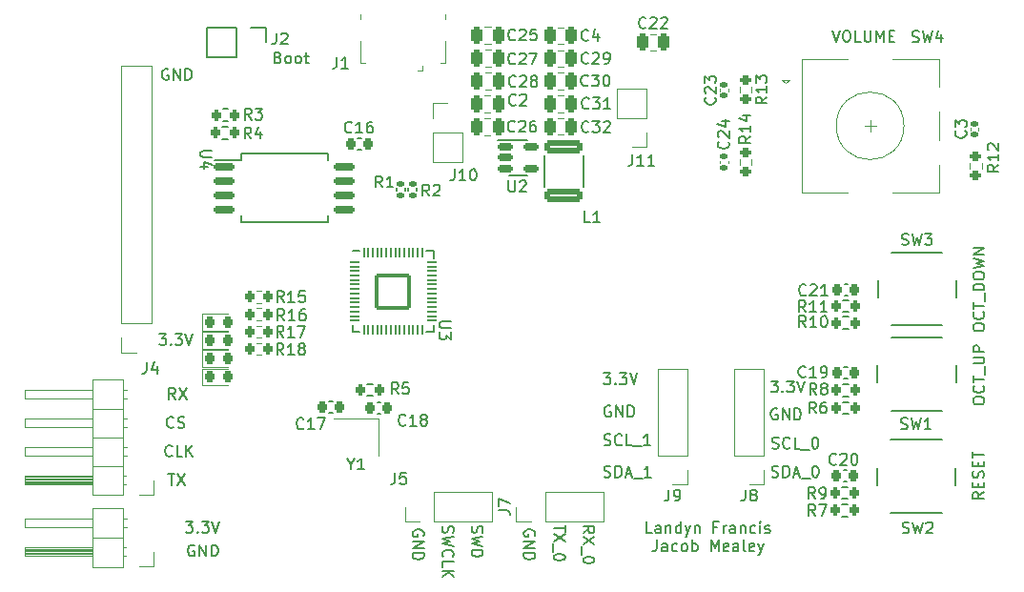
<source format=gto>
G04 #@! TF.GenerationSoftware,KiCad,Pcbnew,6.0.6-3a73a75311~116~ubuntu20.04.1*
G04 #@! TF.CreationDate,2022-09-28T13:41:04-04:00*
G04 #@! TF.ProjectId,powerboard,706f7765-7262-46f6-9172-642e6b696361,rev?*
G04 #@! TF.SameCoordinates,Original*
G04 #@! TF.FileFunction,Legend,Top*
G04 #@! TF.FilePolarity,Positive*
%FSLAX46Y46*%
G04 Gerber Fmt 4.6, Leading zero omitted, Abs format (unit mm)*
G04 Created by KiCad (PCBNEW 6.0.6-3a73a75311~116~ubuntu20.04.1) date 2022-09-28 13:41:04*
%MOMM*%
%LPD*%
G01*
G04 APERTURE LIST*
G04 Aperture macros list*
%AMRoundRect*
0 Rectangle with rounded corners*
0 $1 Rounding radius*
0 $2 $3 $4 $5 $6 $7 $8 $9 X,Y pos of 4 corners*
0 Add a 4 corners polygon primitive as box body*
4,1,4,$2,$3,$4,$5,$6,$7,$8,$9,$2,$3,0*
0 Add four circle primitives for the rounded corners*
1,1,$1+$1,$2,$3*
1,1,$1+$1,$4,$5*
1,1,$1+$1,$6,$7*
1,1,$1+$1,$8,$9*
0 Add four rect primitives between the rounded corners*
20,1,$1+$1,$2,$3,$4,$5,0*
20,1,$1+$1,$4,$5,$6,$7,0*
20,1,$1+$1,$6,$7,$8,$9,0*
20,1,$1+$1,$8,$9,$2,$3,0*%
G04 Aperture macros list end*
%ADD10C,0.150000*%
%ADD11C,0.200000*%
%ADD12C,0.120000*%
%ADD13RoundRect,0.140000X0.170000X-0.140000X0.170000X0.140000X-0.170000X0.140000X-0.170000X-0.140000X0*%
%ADD14C,2.000000*%
%ADD15RoundRect,0.200000X0.200000X0.275000X-0.200000X0.275000X-0.200000X-0.275000X0.200000X-0.275000X0*%
%ADD16R,1.700000X1.700000*%
%ADD17O,1.700000X1.700000*%
%ADD18R,0.400000X1.350000*%
%ADD19O,0.890000X1.550000*%
%ADD20R,1.500000X1.550000*%
%ADD21R,1.200000X1.550000*%
%ADD22O,1.250000X0.950000*%
%ADD23RoundRect,0.225000X0.225000X0.250000X-0.225000X0.250000X-0.225000X-0.250000X0.225000X-0.250000X0*%
%ADD24RoundRect,0.250000X-0.250000X-0.475000X0.250000X-0.475000X0.250000X0.475000X-0.250000X0.475000X0*%
%ADD25RoundRect,0.250000X0.250000X0.475000X-0.250000X0.475000X-0.250000X-0.475000X0.250000X-0.475000X0*%
%ADD26RoundRect,0.225000X-0.225000X-0.250000X0.225000X-0.250000X0.225000X0.250000X-0.225000X0.250000X0*%
%ADD27RoundRect,0.218750X-0.218750X-0.256250X0.218750X-0.256250X0.218750X0.256250X-0.218750X0.256250X0*%
%ADD28RoundRect,0.200000X-0.200000X-0.275000X0.200000X-0.275000X0.200000X0.275000X-0.200000X0.275000X0*%
%ADD29RoundRect,0.200000X-0.275000X0.200000X-0.275000X-0.200000X0.275000X-0.200000X0.275000X0.200000X0*%
%ADD30RoundRect,0.140000X-0.170000X0.140000X-0.170000X-0.140000X0.170000X-0.140000X0.170000X0.140000X0*%
%ADD31RoundRect,0.150000X-0.512500X-0.150000X0.512500X-0.150000X0.512500X0.150000X-0.512500X0.150000X0*%
%ADD32R,2.000000X2.000000*%
%ADD33R,3.200000X2.000000*%
%ADD34RoundRect,0.150000X-0.750000X-0.150000X0.750000X-0.150000X0.750000X0.150000X-0.750000X0.150000X0*%
%ADD35R,1.400000X1.200000*%
%ADD36RoundRect,0.135000X0.185000X-0.135000X0.185000X0.135000X-0.185000X0.135000X-0.185000X-0.135000X0*%
%ADD37RoundRect,0.200000X0.275000X-0.200000X0.275000X0.200000X-0.275000X0.200000X-0.275000X-0.200000X0*%
%ADD38RoundRect,0.050000X-0.387500X-0.050000X0.387500X-0.050000X0.387500X0.050000X-0.387500X0.050000X0*%
%ADD39RoundRect,0.050000X-0.050000X-0.387500X0.050000X-0.387500X0.050000X0.387500X-0.050000X0.387500X0*%
%ADD40RoundRect,0.144000X-1.456000X-1.456000X1.456000X-1.456000X1.456000X1.456000X-1.456000X1.456000X0*%
%ADD41RoundRect,0.250000X1.450000X-0.312500X1.450000X0.312500X-1.450000X0.312500X-1.450000X-0.312500X0*%
G04 APERTURE END LIST*
D10*
X55753095Y-20124800D02*
X55657857Y-20077180D01*
X55515000Y-20077180D01*
X55372142Y-20124800D01*
X55276904Y-20220038D01*
X55229285Y-20315276D01*
X55181666Y-20505752D01*
X55181666Y-20648609D01*
X55229285Y-20839085D01*
X55276904Y-20934323D01*
X55372142Y-21029561D01*
X55515000Y-21077180D01*
X55610238Y-21077180D01*
X55753095Y-21029561D01*
X55800714Y-20981942D01*
X55800714Y-20648609D01*
X55610238Y-20648609D01*
X56229285Y-21077180D02*
X56229285Y-20077180D01*
X56800714Y-21077180D01*
X56800714Y-20077180D01*
X57276904Y-21077180D02*
X57276904Y-20077180D01*
X57515000Y-20077180D01*
X57657857Y-20124800D01*
X57753095Y-20220038D01*
X57800714Y-20315276D01*
X57848333Y-20505752D01*
X57848333Y-20648609D01*
X57800714Y-20839085D01*
X57753095Y-20934323D01*
X57657857Y-21029561D01*
X57515000Y-21077180D01*
X57276904Y-21077180D01*
X56221333Y-51893742D02*
X56173714Y-51941361D01*
X56030857Y-51988980D01*
X55935619Y-51988980D01*
X55792761Y-51941361D01*
X55697523Y-51846123D01*
X55649904Y-51750885D01*
X55602285Y-51560409D01*
X55602285Y-51417552D01*
X55649904Y-51227076D01*
X55697523Y-51131838D01*
X55792761Y-51036600D01*
X55935619Y-50988980D01*
X56030857Y-50988980D01*
X56173714Y-51036600D01*
X56221333Y-51084219D01*
X56602285Y-51941361D02*
X56745142Y-51988980D01*
X56983238Y-51988980D01*
X57078476Y-51941361D01*
X57126095Y-51893742D01*
X57173714Y-51798504D01*
X57173714Y-51703266D01*
X57126095Y-51608028D01*
X57078476Y-51560409D01*
X56983238Y-51512790D01*
X56792761Y-51465171D01*
X56697523Y-51417552D01*
X56649904Y-51369933D01*
X56602285Y-51274695D01*
X56602285Y-51179457D01*
X56649904Y-51084219D01*
X56697523Y-51036600D01*
X56792761Y-50988980D01*
X57030857Y-50988980D01*
X57173714Y-51036600D01*
D11*
X128188980Y-57687980D02*
X127712790Y-58021314D01*
X128188980Y-58259409D02*
X127188980Y-58259409D01*
X127188980Y-57878457D01*
X127236600Y-57783219D01*
X127284219Y-57735600D01*
X127379457Y-57687980D01*
X127522314Y-57687980D01*
X127617552Y-57735600D01*
X127665171Y-57783219D01*
X127712790Y-57878457D01*
X127712790Y-58259409D01*
X127665171Y-57259409D02*
X127665171Y-56926076D01*
X128188980Y-56783219D02*
X128188980Y-57259409D01*
X127188980Y-57259409D01*
X127188980Y-56783219D01*
X128141361Y-56402266D02*
X128188980Y-56259409D01*
X128188980Y-56021314D01*
X128141361Y-55926076D01*
X128093742Y-55878457D01*
X127998504Y-55830838D01*
X127903266Y-55830838D01*
X127808028Y-55878457D01*
X127760409Y-55926076D01*
X127712790Y-56021314D01*
X127665171Y-56211790D01*
X127617552Y-56307028D01*
X127569933Y-56354647D01*
X127474695Y-56402266D01*
X127379457Y-56402266D01*
X127284219Y-56354647D01*
X127236600Y-56307028D01*
X127188980Y-56211790D01*
X127188980Y-55973695D01*
X127236600Y-55830838D01*
X127665171Y-55402266D02*
X127665171Y-55068933D01*
X128188980Y-54926076D02*
X128188980Y-55402266D01*
X127188980Y-55402266D01*
X127188980Y-54926076D01*
X127188980Y-54640361D02*
X127188980Y-54068933D01*
X128188980Y-54354647D02*
X127188980Y-54354647D01*
D10*
X54937209Y-43622980D02*
X55556257Y-43622980D01*
X55222923Y-44003933D01*
X55365780Y-44003933D01*
X55461019Y-44051552D01*
X55508638Y-44099171D01*
X55556257Y-44194409D01*
X55556257Y-44432504D01*
X55508638Y-44527742D01*
X55461019Y-44575361D01*
X55365780Y-44622980D01*
X55080066Y-44622980D01*
X54984828Y-44575361D01*
X54937209Y-44527742D01*
X55984828Y-44527742D02*
X56032447Y-44575361D01*
X55984828Y-44622980D01*
X55937209Y-44575361D01*
X55984828Y-44527742D01*
X55984828Y-44622980D01*
X56365780Y-43622980D02*
X56984828Y-43622980D01*
X56651495Y-44003933D01*
X56794352Y-44003933D01*
X56889590Y-44051552D01*
X56937209Y-44099171D01*
X56984828Y-44194409D01*
X56984828Y-44432504D01*
X56937209Y-44527742D01*
X56889590Y-44575361D01*
X56794352Y-44622980D01*
X56508638Y-44622980D01*
X56413400Y-44575361D01*
X56365780Y-44527742D01*
X57270542Y-43622980D02*
X57603876Y-44622980D01*
X57937209Y-43622980D01*
X56097561Y-54433742D02*
X56049942Y-54481361D01*
X55907085Y-54528980D01*
X55811847Y-54528980D01*
X55668990Y-54481361D01*
X55573752Y-54386123D01*
X55526133Y-54290885D01*
X55478514Y-54100409D01*
X55478514Y-53957552D01*
X55526133Y-53767076D01*
X55573752Y-53671838D01*
X55668990Y-53576600D01*
X55811847Y-53528980D01*
X55907085Y-53528980D01*
X56049942Y-53576600D01*
X56097561Y-53624219D01*
X57002323Y-54528980D02*
X56526133Y-54528980D01*
X56526133Y-53528980D01*
X57335657Y-54528980D02*
X57335657Y-53528980D01*
X57907085Y-54528980D02*
X57478514Y-53957552D01*
X57907085Y-53528980D02*
X57335657Y-54100409D01*
X109385266Y-53770161D02*
X109528124Y-53817780D01*
X109766219Y-53817780D01*
X109861457Y-53770161D01*
X109909076Y-53722542D01*
X109956695Y-53627304D01*
X109956695Y-53532066D01*
X109909076Y-53436828D01*
X109861457Y-53389209D01*
X109766219Y-53341590D01*
X109575743Y-53293971D01*
X109480505Y-53246352D01*
X109432886Y-53198733D01*
X109385266Y-53103495D01*
X109385266Y-53008257D01*
X109432886Y-52913019D01*
X109480505Y-52865400D01*
X109575743Y-52817780D01*
X109813838Y-52817780D01*
X109956695Y-52865400D01*
X110956695Y-53722542D02*
X110909076Y-53770161D01*
X110766219Y-53817780D01*
X110670981Y-53817780D01*
X110528124Y-53770161D01*
X110432886Y-53674923D01*
X110385266Y-53579685D01*
X110337647Y-53389209D01*
X110337647Y-53246352D01*
X110385266Y-53055876D01*
X110432886Y-52960638D01*
X110528124Y-52865400D01*
X110670981Y-52817780D01*
X110766219Y-52817780D01*
X110909076Y-52865400D01*
X110956695Y-52913019D01*
X111861457Y-53817780D02*
X111385266Y-53817780D01*
X111385266Y-52817780D01*
X111956695Y-53913019D02*
X112718600Y-53913019D01*
X113147171Y-52817780D02*
X113242409Y-52817780D01*
X113337647Y-52865400D01*
X113385266Y-52913019D01*
X113432886Y-53008257D01*
X113480505Y-53198733D01*
X113480505Y-53436828D01*
X113432886Y-53627304D01*
X113385266Y-53722542D01*
X113337647Y-53770161D01*
X113242409Y-53817780D01*
X113147171Y-53817780D01*
X113051933Y-53770161D01*
X113004314Y-53722542D01*
X112956695Y-53627304D01*
X112909076Y-53436828D01*
X112909076Y-53198733D01*
X112956695Y-53008257D01*
X113004314Y-52913019D01*
X113051933Y-52865400D01*
X113147171Y-52817780D01*
X56373733Y-49423580D02*
X56040400Y-48947390D01*
X55802304Y-49423580D02*
X55802304Y-48423580D01*
X56183257Y-48423580D01*
X56278495Y-48471200D01*
X56326114Y-48518819D01*
X56373733Y-48614057D01*
X56373733Y-48756914D01*
X56326114Y-48852152D01*
X56278495Y-48899771D01*
X56183257Y-48947390D01*
X55802304Y-48947390D01*
X56707066Y-48423580D02*
X57373733Y-49423580D01*
X57373733Y-48423580D02*
X56707066Y-49423580D01*
D11*
X127214380Y-49650352D02*
X127214380Y-49459876D01*
X127262000Y-49364638D01*
X127357238Y-49269400D01*
X127547714Y-49221780D01*
X127881047Y-49221780D01*
X128071523Y-49269400D01*
X128166761Y-49364638D01*
X128214380Y-49459876D01*
X128214380Y-49650352D01*
X128166761Y-49745590D01*
X128071523Y-49840828D01*
X127881047Y-49888447D01*
X127547714Y-49888447D01*
X127357238Y-49840828D01*
X127262000Y-49745590D01*
X127214380Y-49650352D01*
X128119142Y-48221780D02*
X128166761Y-48269400D01*
X128214380Y-48412257D01*
X128214380Y-48507495D01*
X128166761Y-48650352D01*
X128071523Y-48745590D01*
X127976285Y-48793209D01*
X127785809Y-48840828D01*
X127642952Y-48840828D01*
X127452476Y-48793209D01*
X127357238Y-48745590D01*
X127262000Y-48650352D01*
X127214380Y-48507495D01*
X127214380Y-48412257D01*
X127262000Y-48269400D01*
X127309619Y-48221780D01*
X127214380Y-47936066D02*
X127214380Y-47364638D01*
X128214380Y-47650352D02*
X127214380Y-47650352D01*
X128309619Y-47269400D02*
X128309619Y-46507495D01*
X127214380Y-46269400D02*
X128023904Y-46269400D01*
X128119142Y-46221780D01*
X128166761Y-46174161D01*
X128214380Y-46078923D01*
X128214380Y-45888447D01*
X128166761Y-45793209D01*
X128119142Y-45745590D01*
X128023904Y-45697971D01*
X127214380Y-45697971D01*
X128214380Y-45221780D02*
X127214380Y-45221780D01*
X127214380Y-44840828D01*
X127262000Y-44745590D01*
X127309619Y-44697971D01*
X127404857Y-44650352D01*
X127547714Y-44650352D01*
X127642952Y-44697971D01*
X127690571Y-44745590D01*
X127738190Y-44840828D01*
X127738190Y-45221780D01*
D10*
X80138638Y-60699829D02*
X80091019Y-60842686D01*
X80091019Y-61080781D01*
X80138638Y-61176019D01*
X80186257Y-61223638D01*
X80281495Y-61271257D01*
X80376733Y-61271257D01*
X80471971Y-61223638D01*
X80519590Y-61176019D01*
X80567209Y-61080781D01*
X80614828Y-60890305D01*
X80662447Y-60795067D01*
X80710066Y-60747448D01*
X80805304Y-60699829D01*
X80900542Y-60699829D01*
X80995780Y-60747448D01*
X81043400Y-60795067D01*
X81091019Y-60890305D01*
X81091019Y-61128400D01*
X81043400Y-61271257D01*
X81091019Y-61604591D02*
X80091019Y-61842686D01*
X80805304Y-62033162D01*
X80091019Y-62223638D01*
X81091019Y-62461734D01*
X80186257Y-63414114D02*
X80138638Y-63366495D01*
X80091019Y-63223638D01*
X80091019Y-63128400D01*
X80138638Y-62985543D01*
X80233876Y-62890305D01*
X80329114Y-62842686D01*
X80519590Y-62795067D01*
X80662447Y-62795067D01*
X80852923Y-62842686D01*
X80948161Y-62890305D01*
X81043400Y-62985543D01*
X81091019Y-63128400D01*
X81091019Y-63223638D01*
X81043400Y-63366495D01*
X80995780Y-63414114D01*
X80091019Y-64318876D02*
X80091019Y-63842686D01*
X81091019Y-63842686D01*
X80091019Y-64652210D02*
X81091019Y-64652210D01*
X80091019Y-65223638D02*
X80662447Y-64795067D01*
X81091019Y-65223638D02*
X80519590Y-64652210D01*
X92587819Y-61318876D02*
X93064009Y-60985543D01*
X92587819Y-60747447D02*
X93587819Y-60747447D01*
X93587819Y-61128400D01*
X93540200Y-61223638D01*
X93492580Y-61271257D01*
X93397342Y-61318876D01*
X93254485Y-61318876D01*
X93159247Y-61271257D01*
X93111628Y-61223638D01*
X93064009Y-61128400D01*
X93064009Y-60747447D01*
X93587819Y-61652209D02*
X92587819Y-62318876D01*
X93587819Y-62318876D02*
X92587819Y-61652209D01*
X92492580Y-62461733D02*
X92492580Y-63223638D01*
X93587819Y-63652209D02*
X93587819Y-63747447D01*
X93540200Y-63842686D01*
X93492580Y-63890305D01*
X93397342Y-63937924D01*
X93206866Y-63985543D01*
X92968771Y-63985543D01*
X92778295Y-63937924D01*
X92683057Y-63890305D01*
X92635438Y-63842686D01*
X92587819Y-63747447D01*
X92587819Y-63652209D01*
X92635438Y-63556971D01*
X92683057Y-63509352D01*
X92778295Y-63461733D01*
X92968771Y-63414114D01*
X93206866Y-63414114D01*
X93397342Y-63461733D01*
X93492580Y-63509352D01*
X93540200Y-63556971D01*
X93587819Y-63652209D01*
X94408809Y-47102780D02*
X95027857Y-47102780D01*
X94694523Y-47483733D01*
X94837380Y-47483733D01*
X94932619Y-47531352D01*
X94980238Y-47578971D01*
X95027857Y-47674209D01*
X95027857Y-47912304D01*
X94980238Y-48007542D01*
X94932619Y-48055161D01*
X94837380Y-48102780D01*
X94551666Y-48102780D01*
X94456428Y-48055161D01*
X94408809Y-48007542D01*
X95456428Y-48007542D02*
X95504047Y-48055161D01*
X95456428Y-48102780D01*
X95408809Y-48055161D01*
X95456428Y-48007542D01*
X95456428Y-48102780D01*
X95837380Y-47102780D02*
X96456428Y-47102780D01*
X96123095Y-47483733D01*
X96265952Y-47483733D01*
X96361190Y-47531352D01*
X96408809Y-47578971D01*
X96456428Y-47674209D01*
X96456428Y-47912304D01*
X96408809Y-48007542D01*
X96361190Y-48055161D01*
X96265952Y-48102780D01*
X95980238Y-48102780D01*
X95885000Y-48055161D01*
X95837380Y-48007542D01*
X96742142Y-47102780D02*
X97075476Y-48102780D01*
X97408809Y-47102780D01*
X109267809Y-47813980D02*
X109886857Y-47813980D01*
X109553523Y-48194933D01*
X109696380Y-48194933D01*
X109791619Y-48242552D01*
X109839238Y-48290171D01*
X109886857Y-48385409D01*
X109886857Y-48623504D01*
X109839238Y-48718742D01*
X109791619Y-48766361D01*
X109696380Y-48813980D01*
X109410666Y-48813980D01*
X109315428Y-48766361D01*
X109267809Y-48718742D01*
X110315428Y-48718742D02*
X110363047Y-48766361D01*
X110315428Y-48813980D01*
X110267809Y-48766361D01*
X110315428Y-48718742D01*
X110315428Y-48813980D01*
X110696380Y-47813980D02*
X111315428Y-47813980D01*
X110982095Y-48194933D01*
X111124952Y-48194933D01*
X111220190Y-48242552D01*
X111267809Y-48290171D01*
X111315428Y-48385409D01*
X111315428Y-48623504D01*
X111267809Y-48718742D01*
X111220190Y-48766361D01*
X111124952Y-48813980D01*
X110839238Y-48813980D01*
X110744000Y-48766361D01*
X110696380Y-48718742D01*
X111601142Y-47813980D02*
X111934476Y-48813980D01*
X112267809Y-47813980D01*
D11*
X98706609Y-61318580D02*
X98230419Y-61318580D01*
X98230419Y-60318580D01*
X99468514Y-61318580D02*
X99468514Y-60794771D01*
X99420895Y-60699533D01*
X99325657Y-60651914D01*
X99135180Y-60651914D01*
X99039942Y-60699533D01*
X99468514Y-61270961D02*
X99373276Y-61318580D01*
X99135180Y-61318580D01*
X99039942Y-61270961D01*
X98992323Y-61175723D01*
X98992323Y-61080485D01*
X99039942Y-60985247D01*
X99135180Y-60937628D01*
X99373276Y-60937628D01*
X99468514Y-60890009D01*
X99944704Y-60651914D02*
X99944704Y-61318580D01*
X99944704Y-60747152D02*
X99992323Y-60699533D01*
X100087561Y-60651914D01*
X100230419Y-60651914D01*
X100325657Y-60699533D01*
X100373276Y-60794771D01*
X100373276Y-61318580D01*
X101278038Y-61318580D02*
X101278038Y-60318580D01*
X101278038Y-61270961D02*
X101182800Y-61318580D01*
X100992323Y-61318580D01*
X100897085Y-61270961D01*
X100849466Y-61223342D01*
X100801847Y-61128104D01*
X100801847Y-60842390D01*
X100849466Y-60747152D01*
X100897085Y-60699533D01*
X100992323Y-60651914D01*
X101182800Y-60651914D01*
X101278038Y-60699533D01*
X101658990Y-60651914D02*
X101897085Y-61318580D01*
X102135180Y-60651914D02*
X101897085Y-61318580D01*
X101801847Y-61556676D01*
X101754228Y-61604295D01*
X101658990Y-61651914D01*
X102516133Y-60651914D02*
X102516133Y-61318580D01*
X102516133Y-60747152D02*
X102563752Y-60699533D01*
X102658990Y-60651914D01*
X102801847Y-60651914D01*
X102897085Y-60699533D01*
X102944704Y-60794771D01*
X102944704Y-61318580D01*
X104516133Y-60794771D02*
X104182800Y-60794771D01*
X104182800Y-61318580D02*
X104182800Y-60318580D01*
X104658990Y-60318580D01*
X105039942Y-61318580D02*
X105039942Y-60651914D01*
X105039942Y-60842390D02*
X105087561Y-60747152D01*
X105135180Y-60699533D01*
X105230419Y-60651914D01*
X105325657Y-60651914D01*
X106087561Y-61318580D02*
X106087561Y-60794771D01*
X106039942Y-60699533D01*
X105944704Y-60651914D01*
X105754228Y-60651914D01*
X105658990Y-60699533D01*
X106087561Y-61270961D02*
X105992323Y-61318580D01*
X105754228Y-61318580D01*
X105658990Y-61270961D01*
X105611371Y-61175723D01*
X105611371Y-61080485D01*
X105658990Y-60985247D01*
X105754228Y-60937628D01*
X105992323Y-60937628D01*
X106087561Y-60890009D01*
X106563752Y-60651914D02*
X106563752Y-61318580D01*
X106563752Y-60747152D02*
X106611371Y-60699533D01*
X106706609Y-60651914D01*
X106849466Y-60651914D01*
X106944704Y-60699533D01*
X106992323Y-60794771D01*
X106992323Y-61318580D01*
X107897085Y-61270961D02*
X107801847Y-61318580D01*
X107611371Y-61318580D01*
X107516133Y-61270961D01*
X107468514Y-61223342D01*
X107420895Y-61128104D01*
X107420895Y-60842390D01*
X107468514Y-60747152D01*
X107516133Y-60699533D01*
X107611371Y-60651914D01*
X107801847Y-60651914D01*
X107897085Y-60699533D01*
X108325657Y-61318580D02*
X108325657Y-60651914D01*
X108325657Y-60318580D02*
X108278038Y-60366200D01*
X108325657Y-60413819D01*
X108373276Y-60366200D01*
X108325657Y-60318580D01*
X108325657Y-60413819D01*
X108754228Y-61270961D02*
X108849466Y-61318580D01*
X109039942Y-61318580D01*
X109135180Y-61270961D01*
X109182800Y-61175723D01*
X109182800Y-61128104D01*
X109135180Y-61032866D01*
X109039942Y-60985247D01*
X108897085Y-60985247D01*
X108801847Y-60937628D01*
X108754228Y-60842390D01*
X108754228Y-60794771D01*
X108801847Y-60699533D01*
X108897085Y-60651914D01*
X109039942Y-60651914D01*
X109135180Y-60699533D01*
X99135180Y-61928580D02*
X99135180Y-62642866D01*
X99087561Y-62785723D01*
X98992323Y-62880961D01*
X98849466Y-62928580D01*
X98754228Y-62928580D01*
X100039942Y-62928580D02*
X100039942Y-62404771D01*
X99992323Y-62309533D01*
X99897085Y-62261914D01*
X99706609Y-62261914D01*
X99611371Y-62309533D01*
X100039942Y-62880961D02*
X99944704Y-62928580D01*
X99706609Y-62928580D01*
X99611371Y-62880961D01*
X99563752Y-62785723D01*
X99563752Y-62690485D01*
X99611371Y-62595247D01*
X99706609Y-62547628D01*
X99944704Y-62547628D01*
X100039942Y-62500009D01*
X100944704Y-62880961D02*
X100849466Y-62928580D01*
X100658990Y-62928580D01*
X100563752Y-62880961D01*
X100516133Y-62833342D01*
X100468514Y-62738104D01*
X100468514Y-62452390D01*
X100516133Y-62357152D01*
X100563752Y-62309533D01*
X100658990Y-62261914D01*
X100849466Y-62261914D01*
X100944704Y-62309533D01*
X101516133Y-62928580D02*
X101420895Y-62880961D01*
X101373276Y-62833342D01*
X101325657Y-62738104D01*
X101325657Y-62452390D01*
X101373276Y-62357152D01*
X101420895Y-62309533D01*
X101516133Y-62261914D01*
X101658990Y-62261914D01*
X101754228Y-62309533D01*
X101801847Y-62357152D01*
X101849466Y-62452390D01*
X101849466Y-62738104D01*
X101801847Y-62833342D01*
X101754228Y-62880961D01*
X101658990Y-62928580D01*
X101516133Y-62928580D01*
X102278038Y-62928580D02*
X102278038Y-61928580D01*
X102278038Y-62309533D02*
X102373276Y-62261914D01*
X102563752Y-62261914D01*
X102658990Y-62309533D01*
X102706609Y-62357152D01*
X102754228Y-62452390D01*
X102754228Y-62738104D01*
X102706609Y-62833342D01*
X102658990Y-62880961D01*
X102563752Y-62928580D01*
X102373276Y-62928580D01*
X102278038Y-62880961D01*
X103944704Y-62928580D02*
X103944704Y-61928580D01*
X104278038Y-62642866D01*
X104611371Y-61928580D01*
X104611371Y-62928580D01*
X105468514Y-62880961D02*
X105373276Y-62928580D01*
X105182800Y-62928580D01*
X105087561Y-62880961D01*
X105039942Y-62785723D01*
X105039942Y-62404771D01*
X105087561Y-62309533D01*
X105182800Y-62261914D01*
X105373276Y-62261914D01*
X105468514Y-62309533D01*
X105516133Y-62404771D01*
X105516133Y-62500009D01*
X105039942Y-62595247D01*
X106373276Y-62928580D02*
X106373276Y-62404771D01*
X106325657Y-62309533D01*
X106230419Y-62261914D01*
X106039942Y-62261914D01*
X105944704Y-62309533D01*
X106373276Y-62880961D02*
X106278038Y-62928580D01*
X106039942Y-62928580D01*
X105944704Y-62880961D01*
X105897085Y-62785723D01*
X105897085Y-62690485D01*
X105944704Y-62595247D01*
X106039942Y-62547628D01*
X106278038Y-62547628D01*
X106373276Y-62500009D01*
X106992323Y-62928580D02*
X106897085Y-62880961D01*
X106849466Y-62785723D01*
X106849466Y-61928580D01*
X107754228Y-62880961D02*
X107658990Y-62928580D01*
X107468514Y-62928580D01*
X107373276Y-62880961D01*
X107325657Y-62785723D01*
X107325657Y-62404771D01*
X107373276Y-62309533D01*
X107468514Y-62261914D01*
X107658990Y-62261914D01*
X107754228Y-62309533D01*
X107801847Y-62404771D01*
X107801847Y-62500009D01*
X107325657Y-62595247D01*
X108135180Y-62261914D02*
X108373276Y-62928580D01*
X108611371Y-62261914D02*
X108373276Y-62928580D01*
X108278038Y-63166676D01*
X108230419Y-63214295D01*
X108135180Y-63261914D01*
D10*
X90997019Y-60604590D02*
X90997019Y-61176018D01*
X89997019Y-60890304D02*
X90997019Y-60890304D01*
X90997019Y-61414114D02*
X89997019Y-62080780D01*
X90997019Y-62080780D02*
X89997019Y-61414114D01*
X89901780Y-62223638D02*
X89901780Y-62985542D01*
X90997019Y-63414114D02*
X90997019Y-63509352D01*
X90949400Y-63604590D01*
X90901780Y-63652209D01*
X90806542Y-63699828D01*
X90616066Y-63747447D01*
X90377971Y-63747447D01*
X90187495Y-63699828D01*
X90092257Y-63652209D01*
X90044638Y-63604590D01*
X89997019Y-63509352D01*
X89997019Y-63414114D01*
X90044638Y-63318876D01*
X90092257Y-63271257D01*
X90187495Y-63223638D01*
X90377971Y-63176018D01*
X90616066Y-63176018D01*
X90806542Y-63223638D01*
X90901780Y-63271257D01*
X90949400Y-63318876D01*
X90997019Y-63414114D01*
X82729438Y-60699829D02*
X82681819Y-60842686D01*
X82681819Y-61080781D01*
X82729438Y-61176019D01*
X82777057Y-61223638D01*
X82872295Y-61271257D01*
X82967533Y-61271257D01*
X83062771Y-61223638D01*
X83110390Y-61176019D01*
X83158009Y-61080781D01*
X83205628Y-60890305D01*
X83253247Y-60795067D01*
X83300866Y-60747448D01*
X83396104Y-60699829D01*
X83491342Y-60699829D01*
X83586580Y-60747448D01*
X83634200Y-60795067D01*
X83681819Y-60890305D01*
X83681819Y-61128400D01*
X83634200Y-61271257D01*
X83681819Y-61604591D02*
X82681819Y-61842686D01*
X83396104Y-62033162D01*
X82681819Y-62223638D01*
X83681819Y-62461733D01*
X82681819Y-62842686D02*
X83681819Y-62842686D01*
X83681819Y-63080781D01*
X83634200Y-63223638D01*
X83538961Y-63318876D01*
X83443723Y-63366495D01*
X83253247Y-63414114D01*
X83110390Y-63414114D01*
X82919914Y-63366495D01*
X82824676Y-63318876D01*
X82729438Y-63223638D01*
X82681819Y-63080781D01*
X82681819Y-62842686D01*
D11*
X127214380Y-43125590D02*
X127214380Y-42935114D01*
X127262000Y-42839876D01*
X127357238Y-42744638D01*
X127547714Y-42697019D01*
X127881047Y-42697019D01*
X128071523Y-42744638D01*
X128166761Y-42839876D01*
X128214380Y-42935114D01*
X128214380Y-43125590D01*
X128166761Y-43220828D01*
X128071523Y-43316066D01*
X127881047Y-43363685D01*
X127547714Y-43363685D01*
X127357238Y-43316066D01*
X127262000Y-43220828D01*
X127214380Y-43125590D01*
X128119142Y-41697019D02*
X128166761Y-41744638D01*
X128214380Y-41887495D01*
X128214380Y-41982733D01*
X128166761Y-42125590D01*
X128071523Y-42220828D01*
X127976285Y-42268447D01*
X127785809Y-42316066D01*
X127642952Y-42316066D01*
X127452476Y-42268447D01*
X127357238Y-42220828D01*
X127262000Y-42125590D01*
X127214380Y-41982733D01*
X127214380Y-41887495D01*
X127262000Y-41744638D01*
X127309619Y-41697019D01*
X127214380Y-41411304D02*
X127214380Y-40839876D01*
X128214380Y-41125590D02*
X127214380Y-41125590D01*
X128309619Y-40744638D02*
X128309619Y-39982733D01*
X128214380Y-39744638D02*
X127214380Y-39744638D01*
X127214380Y-39506542D01*
X127262000Y-39363685D01*
X127357238Y-39268447D01*
X127452476Y-39220828D01*
X127642952Y-39173209D01*
X127785809Y-39173209D01*
X127976285Y-39220828D01*
X128071523Y-39268447D01*
X128166761Y-39363685D01*
X128214380Y-39506542D01*
X128214380Y-39744638D01*
X127214380Y-38554161D02*
X127214380Y-38363685D01*
X127262000Y-38268447D01*
X127357238Y-38173209D01*
X127547714Y-38125590D01*
X127881047Y-38125590D01*
X128071523Y-38173209D01*
X128166761Y-38268447D01*
X128214380Y-38363685D01*
X128214380Y-38554161D01*
X128166761Y-38649400D01*
X128071523Y-38744638D01*
X127881047Y-38792257D01*
X127547714Y-38792257D01*
X127357238Y-38744638D01*
X127262000Y-38649400D01*
X127214380Y-38554161D01*
X127214380Y-37792257D02*
X128214380Y-37554161D01*
X127500095Y-37363685D01*
X128214380Y-37173209D01*
X127214380Y-36935114D01*
X128214380Y-36554161D02*
X127214380Y-36554161D01*
X128214380Y-35982733D01*
X127214380Y-35982733D01*
D10*
X94456428Y-53490761D02*
X94599286Y-53538380D01*
X94837381Y-53538380D01*
X94932619Y-53490761D01*
X94980238Y-53443142D01*
X95027857Y-53347904D01*
X95027857Y-53252666D01*
X94980238Y-53157428D01*
X94932619Y-53109809D01*
X94837381Y-53062190D01*
X94646905Y-53014571D01*
X94551667Y-52966952D01*
X94504048Y-52919333D01*
X94456428Y-52824095D01*
X94456428Y-52728857D01*
X94504048Y-52633619D01*
X94551667Y-52586000D01*
X94646905Y-52538380D01*
X94885000Y-52538380D01*
X95027857Y-52586000D01*
X96027857Y-53443142D02*
X95980238Y-53490761D01*
X95837381Y-53538380D01*
X95742143Y-53538380D01*
X95599286Y-53490761D01*
X95504048Y-53395523D01*
X95456428Y-53300285D01*
X95408809Y-53109809D01*
X95408809Y-52966952D01*
X95456428Y-52776476D01*
X95504048Y-52681238D01*
X95599286Y-52586000D01*
X95742143Y-52538380D01*
X95837381Y-52538380D01*
X95980238Y-52586000D01*
X96027857Y-52633619D01*
X96932619Y-53538380D02*
X96456428Y-53538380D01*
X96456428Y-52538380D01*
X97027857Y-53633619D02*
X97789762Y-53633619D01*
X98551667Y-53538380D02*
X97980238Y-53538380D01*
X98265952Y-53538380D02*
X98265952Y-52538380D01*
X98170714Y-52681238D01*
X98075476Y-52776476D01*
X97980238Y-52824095D01*
X57299409Y-60285380D02*
X57918457Y-60285380D01*
X57585123Y-60666333D01*
X57727980Y-60666333D01*
X57823219Y-60713952D01*
X57870838Y-60761571D01*
X57918457Y-60856809D01*
X57918457Y-61094904D01*
X57870838Y-61190142D01*
X57823219Y-61237761D01*
X57727980Y-61285380D01*
X57442266Y-61285380D01*
X57347028Y-61237761D01*
X57299409Y-61190142D01*
X58347028Y-61190142D02*
X58394647Y-61237761D01*
X58347028Y-61285380D01*
X58299409Y-61237761D01*
X58347028Y-61190142D01*
X58347028Y-61285380D01*
X58727980Y-60285380D02*
X59347028Y-60285380D01*
X59013695Y-60666333D01*
X59156552Y-60666333D01*
X59251790Y-60713952D01*
X59299409Y-60761571D01*
X59347028Y-60856809D01*
X59347028Y-61094904D01*
X59299409Y-61190142D01*
X59251790Y-61237761D01*
X59156552Y-61285380D01*
X58870838Y-61285380D01*
X58775600Y-61237761D01*
X58727980Y-61190142D01*
X59632742Y-60285380D02*
X59966076Y-61285380D01*
X60299409Y-60285380D01*
X109829695Y-50300000D02*
X109734457Y-50252380D01*
X109591600Y-50252380D01*
X109448742Y-50300000D01*
X109353504Y-50395238D01*
X109305885Y-50490476D01*
X109258266Y-50680952D01*
X109258266Y-50823809D01*
X109305885Y-51014285D01*
X109353504Y-51109523D01*
X109448742Y-51204761D01*
X109591600Y-51252380D01*
X109686838Y-51252380D01*
X109829695Y-51204761D01*
X109877314Y-51157142D01*
X109877314Y-50823809D01*
X109686838Y-50823809D01*
X110305885Y-51252380D02*
X110305885Y-50252380D01*
X110877314Y-51252380D01*
X110877314Y-50252380D01*
X111353504Y-51252380D02*
X111353504Y-50252380D01*
X111591600Y-50252380D01*
X111734457Y-50300000D01*
X111829695Y-50395238D01*
X111877314Y-50490476D01*
X111924933Y-50680952D01*
X111924933Y-50823809D01*
X111877314Y-51014285D01*
X111829695Y-51109523D01*
X111734457Y-51204761D01*
X111591600Y-51252380D01*
X111353504Y-51252380D01*
X95027857Y-50046000D02*
X94932619Y-49998380D01*
X94789762Y-49998380D01*
X94646904Y-50046000D01*
X94551666Y-50141238D01*
X94504047Y-50236476D01*
X94456428Y-50426952D01*
X94456428Y-50569809D01*
X94504047Y-50760285D01*
X94551666Y-50855523D01*
X94646904Y-50950761D01*
X94789762Y-50998380D01*
X94885000Y-50998380D01*
X95027857Y-50950761D01*
X95075476Y-50903142D01*
X95075476Y-50569809D01*
X94885000Y-50569809D01*
X95504047Y-50998380D02*
X95504047Y-49998380D01*
X96075476Y-50998380D01*
X96075476Y-49998380D01*
X96551666Y-50998380D02*
X96551666Y-49998380D01*
X96789762Y-49998380D01*
X96932619Y-50046000D01*
X97027857Y-50141238D01*
X97075476Y-50236476D01*
X97123095Y-50426952D01*
X97123095Y-50569809D01*
X97075476Y-50760285D01*
X97027857Y-50855523D01*
X96932619Y-50950761D01*
X96789762Y-50998380D01*
X96551666Y-50998380D01*
X58064495Y-62415800D02*
X57969257Y-62368180D01*
X57826400Y-62368180D01*
X57683542Y-62415800D01*
X57588304Y-62511038D01*
X57540685Y-62606276D01*
X57493066Y-62796752D01*
X57493066Y-62939609D01*
X57540685Y-63130085D01*
X57588304Y-63225323D01*
X57683542Y-63320561D01*
X57826400Y-63368180D01*
X57921638Y-63368180D01*
X58064495Y-63320561D01*
X58112114Y-63272942D01*
X58112114Y-62939609D01*
X57921638Y-62939609D01*
X58540685Y-63368180D02*
X58540685Y-62368180D01*
X59112114Y-63368180D01*
X59112114Y-62368180D01*
X59588304Y-63368180D02*
X59588304Y-62368180D01*
X59826400Y-62368180D01*
X59969257Y-62415800D01*
X60064495Y-62511038D01*
X60112114Y-62606276D01*
X60159733Y-62796752D01*
X60159733Y-62939609D01*
X60112114Y-63130085D01*
X60064495Y-63225323D01*
X59969257Y-63320561D01*
X59826400Y-63368180D01*
X59588304Y-63368180D01*
X109358371Y-56310161D02*
X109501228Y-56357780D01*
X109739323Y-56357780D01*
X109834561Y-56310161D01*
X109882180Y-56262542D01*
X109929800Y-56167304D01*
X109929800Y-56072066D01*
X109882180Y-55976828D01*
X109834561Y-55929209D01*
X109739323Y-55881590D01*
X109548847Y-55833971D01*
X109453609Y-55786352D01*
X109405990Y-55738733D01*
X109358371Y-55643495D01*
X109358371Y-55548257D01*
X109405990Y-55453019D01*
X109453609Y-55405400D01*
X109548847Y-55357780D01*
X109786942Y-55357780D01*
X109929800Y-55405400D01*
X110358371Y-56357780D02*
X110358371Y-55357780D01*
X110596466Y-55357780D01*
X110739323Y-55405400D01*
X110834561Y-55500638D01*
X110882180Y-55595876D01*
X110929800Y-55786352D01*
X110929800Y-55929209D01*
X110882180Y-56119685D01*
X110834561Y-56214923D01*
X110739323Y-56310161D01*
X110596466Y-56357780D01*
X110358371Y-56357780D01*
X111310752Y-56072066D02*
X111786942Y-56072066D01*
X111215514Y-56357780D02*
X111548847Y-55357780D01*
X111882180Y-56357780D01*
X111977419Y-56453019D02*
X112739323Y-56453019D01*
X113167895Y-55357780D02*
X113263133Y-55357780D01*
X113358371Y-55405400D01*
X113405990Y-55453019D01*
X113453609Y-55548257D01*
X113501228Y-55738733D01*
X113501228Y-55976828D01*
X113453609Y-56167304D01*
X113405990Y-56262542D01*
X113358371Y-56310161D01*
X113263133Y-56357780D01*
X113167895Y-56357780D01*
X113072657Y-56310161D01*
X113025038Y-56262542D01*
X112977419Y-56167304D01*
X112929800Y-55976828D01*
X112929800Y-55738733D01*
X112977419Y-55548257D01*
X113025038Y-55453019D01*
X113072657Y-55405400D01*
X113167895Y-55357780D01*
X78401800Y-61569695D02*
X78449419Y-61474457D01*
X78449419Y-61331600D01*
X78401800Y-61188742D01*
X78306561Y-61093504D01*
X78211323Y-61045885D01*
X78020847Y-60998266D01*
X77877990Y-60998266D01*
X77687514Y-61045885D01*
X77592276Y-61093504D01*
X77497038Y-61188742D01*
X77449419Y-61331600D01*
X77449419Y-61426838D01*
X77497038Y-61569695D01*
X77544657Y-61617314D01*
X77877990Y-61617314D01*
X77877990Y-61426838D01*
X77449419Y-62045885D02*
X78449419Y-62045885D01*
X77449419Y-62617314D01*
X78449419Y-62617314D01*
X77449419Y-63093504D02*
X78449419Y-63093504D01*
X78449419Y-63331600D01*
X78401800Y-63474457D01*
X78306561Y-63569695D01*
X78211323Y-63617314D01*
X78020847Y-63664933D01*
X77877990Y-63664933D01*
X77687514Y-63617314D01*
X77592276Y-63569695D01*
X77497038Y-63474457D01*
X77449419Y-63331600D01*
X77449419Y-63093504D01*
X88282400Y-61569695D02*
X88330019Y-61474457D01*
X88330019Y-61331600D01*
X88282400Y-61188742D01*
X88187161Y-61093504D01*
X88091923Y-61045885D01*
X87901447Y-60998266D01*
X87758590Y-60998266D01*
X87568114Y-61045885D01*
X87472876Y-61093504D01*
X87377638Y-61188742D01*
X87330019Y-61331600D01*
X87330019Y-61426838D01*
X87377638Y-61569695D01*
X87425257Y-61617314D01*
X87758590Y-61617314D01*
X87758590Y-61426838D01*
X87330019Y-62045885D02*
X88330019Y-62045885D01*
X87330019Y-62617314D01*
X88330019Y-62617314D01*
X87330019Y-63093504D02*
X88330019Y-63093504D01*
X88330019Y-63331600D01*
X88282400Y-63474457D01*
X88187161Y-63569695D01*
X88091923Y-63617314D01*
X87901447Y-63664933D01*
X87758590Y-63664933D01*
X87568114Y-63617314D01*
X87472876Y-63569695D01*
X87377638Y-63474457D01*
X87330019Y-63331600D01*
X87330019Y-63093504D01*
X94456429Y-56310161D02*
X94599286Y-56357780D01*
X94837381Y-56357780D01*
X94932619Y-56310161D01*
X94980238Y-56262542D01*
X95027858Y-56167304D01*
X95027858Y-56072066D01*
X94980238Y-55976828D01*
X94932619Y-55929209D01*
X94837381Y-55881590D01*
X94646905Y-55833971D01*
X94551667Y-55786352D01*
X94504048Y-55738733D01*
X94456429Y-55643495D01*
X94456429Y-55548257D01*
X94504048Y-55453019D01*
X94551667Y-55405400D01*
X94646905Y-55357780D01*
X94885000Y-55357780D01*
X95027858Y-55405400D01*
X95456429Y-56357780D02*
X95456429Y-55357780D01*
X95694524Y-55357780D01*
X95837381Y-55405400D01*
X95932619Y-55500638D01*
X95980238Y-55595876D01*
X96027858Y-55786352D01*
X96027858Y-55929209D01*
X95980238Y-56119685D01*
X95932619Y-56214923D01*
X95837381Y-56310161D01*
X95694524Y-56357780D01*
X95456429Y-56357780D01*
X96408810Y-56072066D02*
X96885000Y-56072066D01*
X96313572Y-56357780D02*
X96646905Y-55357780D01*
X96980238Y-56357780D01*
X97075477Y-56453019D02*
X97837381Y-56453019D01*
X98599286Y-56357780D02*
X98027858Y-56357780D01*
X98313572Y-56357780D02*
X98313572Y-55357780D01*
X98218334Y-55500638D01*
X98123096Y-55595876D01*
X98027858Y-55643495D01*
X65505152Y-19080171D02*
X65648009Y-19127790D01*
X65695628Y-19175409D01*
X65743247Y-19270647D01*
X65743247Y-19413504D01*
X65695628Y-19508742D01*
X65648009Y-19556361D01*
X65552771Y-19603980D01*
X65171819Y-19603980D01*
X65171819Y-18603980D01*
X65505152Y-18603980D01*
X65600390Y-18651600D01*
X65648009Y-18699219D01*
X65695628Y-18794457D01*
X65695628Y-18889695D01*
X65648009Y-18984933D01*
X65600390Y-19032552D01*
X65505152Y-19080171D01*
X65171819Y-19080171D01*
X66314676Y-19603980D02*
X66219438Y-19556361D01*
X66171819Y-19508742D01*
X66124200Y-19413504D01*
X66124200Y-19127790D01*
X66171819Y-19032552D01*
X66219438Y-18984933D01*
X66314676Y-18937314D01*
X66457533Y-18937314D01*
X66552771Y-18984933D01*
X66600390Y-19032552D01*
X66648009Y-19127790D01*
X66648009Y-19413504D01*
X66600390Y-19508742D01*
X66552771Y-19556361D01*
X66457533Y-19603980D01*
X66314676Y-19603980D01*
X67219438Y-19603980D02*
X67124200Y-19556361D01*
X67076580Y-19508742D01*
X67028961Y-19413504D01*
X67028961Y-19127790D01*
X67076580Y-19032552D01*
X67124200Y-18984933D01*
X67219438Y-18937314D01*
X67362295Y-18937314D01*
X67457533Y-18984933D01*
X67505152Y-19032552D01*
X67552771Y-19127790D01*
X67552771Y-19413504D01*
X67505152Y-19508742D01*
X67457533Y-19556361D01*
X67362295Y-19603980D01*
X67219438Y-19603980D01*
X67838485Y-18937314D02*
X68219438Y-18937314D01*
X67981342Y-18603980D02*
X67981342Y-19461123D01*
X68028961Y-19556361D01*
X68124200Y-19603980D01*
X68219438Y-19603980D01*
D11*
X114716276Y-16673580D02*
X115049609Y-17673580D01*
X115382942Y-16673580D01*
X115906752Y-16673580D02*
X116097228Y-16673580D01*
X116192466Y-16721200D01*
X116287704Y-16816438D01*
X116335323Y-17006914D01*
X116335323Y-17340247D01*
X116287704Y-17530723D01*
X116192466Y-17625961D01*
X116097228Y-17673580D01*
X115906752Y-17673580D01*
X115811514Y-17625961D01*
X115716276Y-17530723D01*
X115668657Y-17340247D01*
X115668657Y-17006914D01*
X115716276Y-16816438D01*
X115811514Y-16721200D01*
X115906752Y-16673580D01*
X117240085Y-17673580D02*
X116763895Y-17673580D01*
X116763895Y-16673580D01*
X117573419Y-16673580D02*
X117573419Y-17483104D01*
X117621038Y-17578342D01*
X117668657Y-17625961D01*
X117763895Y-17673580D01*
X117954371Y-17673580D01*
X118049609Y-17625961D01*
X118097228Y-17578342D01*
X118144847Y-17483104D01*
X118144847Y-16673580D01*
X118621038Y-17673580D02*
X118621038Y-16673580D01*
X118954371Y-17387866D01*
X119287704Y-16673580D01*
X119287704Y-17673580D01*
X119763895Y-17149771D02*
X120097228Y-17149771D01*
X120240085Y-17673580D02*
X119763895Y-17673580D01*
X119763895Y-16673580D01*
X120240085Y-16673580D01*
D10*
X55753095Y-56043580D02*
X56324523Y-56043580D01*
X56038809Y-57043580D02*
X56038809Y-56043580D01*
X56562619Y-56043580D02*
X57229285Y-57043580D01*
X57229285Y-56043580D02*
X56562619Y-57043580D01*
X126527342Y-25592066D02*
X126574961Y-25639685D01*
X126622580Y-25782542D01*
X126622580Y-25877780D01*
X126574961Y-26020638D01*
X126479723Y-26115876D01*
X126384485Y-26163495D01*
X126194009Y-26211114D01*
X126051152Y-26211114D01*
X125860676Y-26163495D01*
X125765438Y-26115876D01*
X125670200Y-26020638D01*
X125622580Y-25877780D01*
X125622580Y-25782542D01*
X125670200Y-25639685D01*
X125717819Y-25592066D01*
X125622580Y-25258733D02*
X125622580Y-24639685D01*
X126003533Y-24973019D01*
X126003533Y-24830161D01*
X126051152Y-24734923D01*
X126098771Y-24687304D01*
X126194009Y-24639685D01*
X126432104Y-24639685D01*
X126527342Y-24687304D01*
X126574961Y-24734923D01*
X126622580Y-24830161D01*
X126622580Y-25115876D01*
X126574961Y-25211114D01*
X126527342Y-25258733D01*
X120891466Y-35685361D02*
X121034323Y-35732980D01*
X121272419Y-35732980D01*
X121367657Y-35685361D01*
X121415276Y-35637742D01*
X121462895Y-35542504D01*
X121462895Y-35447266D01*
X121415276Y-35352028D01*
X121367657Y-35304409D01*
X121272419Y-35256790D01*
X121081942Y-35209171D01*
X120986704Y-35161552D01*
X120939085Y-35113933D01*
X120891466Y-35018695D01*
X120891466Y-34923457D01*
X120939085Y-34828219D01*
X120986704Y-34780600D01*
X121081942Y-34732980D01*
X121320038Y-34732980D01*
X121462895Y-34780600D01*
X121796228Y-34732980D02*
X122034323Y-35732980D01*
X122224800Y-35018695D01*
X122415276Y-35732980D01*
X122653371Y-34732980D01*
X122939085Y-34732980D02*
X123558133Y-34732980D01*
X123224800Y-35113933D01*
X123367657Y-35113933D01*
X123462895Y-35161552D01*
X123510514Y-35209171D01*
X123558133Y-35304409D01*
X123558133Y-35542504D01*
X123510514Y-35637742D01*
X123462895Y-35685361D01*
X123367657Y-35732980D01*
X123081942Y-35732980D01*
X122986704Y-35685361D01*
X122939085Y-35637742D01*
X76185733Y-48966380D02*
X75852400Y-48490190D01*
X75614304Y-48966380D02*
X75614304Y-47966380D01*
X75995257Y-47966380D01*
X76090495Y-48014000D01*
X76138114Y-48061619D01*
X76185733Y-48156857D01*
X76185733Y-48299714D01*
X76138114Y-48394952D01*
X76090495Y-48442571D01*
X75995257Y-48490190D01*
X75614304Y-48490190D01*
X77090495Y-47966380D02*
X76614304Y-47966380D01*
X76566685Y-48442571D01*
X76614304Y-48394952D01*
X76709542Y-48347333D01*
X76947638Y-48347333D01*
X77042876Y-48394952D01*
X77090495Y-48442571D01*
X77138114Y-48537809D01*
X77138114Y-48775904D01*
X77090495Y-48871142D01*
X77042876Y-48918761D01*
X76947638Y-48966380D01*
X76709542Y-48966380D01*
X76614304Y-48918761D01*
X76566685Y-48871142D01*
X85097580Y-59312133D02*
X85811866Y-59312133D01*
X85954723Y-59359752D01*
X86049961Y-59454990D01*
X86097580Y-59597847D01*
X86097580Y-59693085D01*
X85097580Y-58931180D02*
X85097580Y-58264514D01*
X86097580Y-58693085D01*
X70710466Y-19035780D02*
X70710466Y-19750066D01*
X70662847Y-19892923D01*
X70567609Y-19988161D01*
X70424752Y-20035780D01*
X70329514Y-20035780D01*
X71710466Y-20035780D02*
X71139038Y-20035780D01*
X71424752Y-20035780D02*
X71424752Y-19035780D01*
X71329514Y-19178638D01*
X71234276Y-19273876D01*
X71139038Y-19321495D01*
X67759342Y-51995342D02*
X67711723Y-52042961D01*
X67568866Y-52090580D01*
X67473628Y-52090580D01*
X67330771Y-52042961D01*
X67235533Y-51947723D01*
X67187914Y-51852485D01*
X67140295Y-51662009D01*
X67140295Y-51519152D01*
X67187914Y-51328676D01*
X67235533Y-51233438D01*
X67330771Y-51138200D01*
X67473628Y-51090580D01*
X67568866Y-51090580D01*
X67711723Y-51138200D01*
X67759342Y-51185819D01*
X68711723Y-52090580D02*
X68140295Y-52090580D01*
X68426009Y-52090580D02*
X68426009Y-51090580D01*
X68330771Y-51233438D01*
X68235533Y-51328676D01*
X68140295Y-51376295D01*
X69045057Y-51090580D02*
X69711723Y-51090580D01*
X69283152Y-52090580D01*
X93083142Y-25630142D02*
X93035523Y-25677761D01*
X92892666Y-25725380D01*
X92797428Y-25725380D01*
X92654571Y-25677761D01*
X92559333Y-25582523D01*
X92511714Y-25487285D01*
X92464095Y-25296809D01*
X92464095Y-25153952D01*
X92511714Y-24963476D01*
X92559333Y-24868238D01*
X92654571Y-24773000D01*
X92797428Y-24725380D01*
X92892666Y-24725380D01*
X93035523Y-24773000D01*
X93083142Y-24820619D01*
X93416476Y-24725380D02*
X94035523Y-24725380D01*
X93702190Y-25106333D01*
X93845047Y-25106333D01*
X93940285Y-25153952D01*
X93987904Y-25201571D01*
X94035523Y-25296809D01*
X94035523Y-25534904D01*
X93987904Y-25630142D01*
X93940285Y-25677761D01*
X93845047Y-25725380D01*
X93559333Y-25725380D01*
X93464095Y-25677761D01*
X93416476Y-25630142D01*
X94416476Y-24820619D02*
X94464095Y-24773000D01*
X94559333Y-24725380D01*
X94797428Y-24725380D01*
X94892666Y-24773000D01*
X94940285Y-24820619D01*
X94987904Y-24915857D01*
X94987904Y-25011095D01*
X94940285Y-25153952D01*
X94368857Y-25725380D01*
X94987904Y-25725380D01*
X120967666Y-61288561D02*
X121110523Y-61336180D01*
X121348619Y-61336180D01*
X121443857Y-61288561D01*
X121491476Y-61240942D01*
X121539095Y-61145704D01*
X121539095Y-61050466D01*
X121491476Y-60955228D01*
X121443857Y-60907609D01*
X121348619Y-60859990D01*
X121158142Y-60812371D01*
X121062904Y-60764752D01*
X121015285Y-60717133D01*
X120967666Y-60621895D01*
X120967666Y-60526657D01*
X121015285Y-60431419D01*
X121062904Y-60383800D01*
X121158142Y-60336180D01*
X121396238Y-60336180D01*
X121539095Y-60383800D01*
X121872428Y-60336180D02*
X122110523Y-61336180D01*
X122301000Y-60621895D01*
X122491476Y-61336180D01*
X122729571Y-60336180D01*
X123062904Y-60431419D02*
X123110523Y-60383800D01*
X123205761Y-60336180D01*
X123443857Y-60336180D01*
X123539095Y-60383800D01*
X123586714Y-60431419D01*
X123634333Y-60526657D01*
X123634333Y-60621895D01*
X123586714Y-60764752D01*
X123015285Y-61336180D01*
X123634333Y-61336180D01*
X86602083Y-23247542D02*
X86554464Y-23295161D01*
X86411607Y-23342780D01*
X86316369Y-23342780D01*
X86173511Y-23295161D01*
X86078273Y-23199923D01*
X86030654Y-23104685D01*
X85983035Y-22914209D01*
X85983035Y-22771352D01*
X86030654Y-22580876D01*
X86078273Y-22485638D01*
X86173511Y-22390400D01*
X86316369Y-22342780D01*
X86411607Y-22342780D01*
X86554464Y-22390400D01*
X86602083Y-22438019D01*
X86983035Y-22438019D02*
X87030654Y-22390400D01*
X87125892Y-22342780D01*
X87363988Y-22342780D01*
X87459226Y-22390400D01*
X87506845Y-22438019D01*
X87554464Y-22533257D01*
X87554464Y-22628495D01*
X87506845Y-22771352D01*
X86935416Y-23342780D01*
X87554464Y-23342780D01*
X112387142Y-40133542D02*
X112339523Y-40181161D01*
X112196666Y-40228780D01*
X112101428Y-40228780D01*
X111958571Y-40181161D01*
X111863333Y-40085923D01*
X111815714Y-39990685D01*
X111768095Y-39800209D01*
X111768095Y-39657352D01*
X111815714Y-39466876D01*
X111863333Y-39371638D01*
X111958571Y-39276400D01*
X112101428Y-39228780D01*
X112196666Y-39228780D01*
X112339523Y-39276400D01*
X112387142Y-39324019D01*
X112768095Y-39324019D02*
X112815714Y-39276400D01*
X112910952Y-39228780D01*
X113149047Y-39228780D01*
X113244285Y-39276400D01*
X113291904Y-39324019D01*
X113339523Y-39419257D01*
X113339523Y-39514495D01*
X113291904Y-39657352D01*
X112720476Y-40228780D01*
X113339523Y-40228780D01*
X114291904Y-40228780D02*
X113720476Y-40228780D01*
X114006190Y-40228780D02*
X114006190Y-39228780D01*
X113910952Y-39371638D01*
X113815714Y-39466876D01*
X113720476Y-39514495D01*
X86529942Y-25604742D02*
X86482323Y-25652361D01*
X86339466Y-25699980D01*
X86244228Y-25699980D01*
X86101371Y-25652361D01*
X86006133Y-25557123D01*
X85958514Y-25461885D01*
X85910895Y-25271409D01*
X85910895Y-25128552D01*
X85958514Y-24938076D01*
X86006133Y-24842838D01*
X86101371Y-24747600D01*
X86244228Y-24699980D01*
X86339466Y-24699980D01*
X86482323Y-24747600D01*
X86529942Y-24795219D01*
X86910895Y-24795219D02*
X86958514Y-24747600D01*
X87053752Y-24699980D01*
X87291847Y-24699980D01*
X87387085Y-24747600D01*
X87434704Y-24795219D01*
X87482323Y-24890457D01*
X87482323Y-24985695D01*
X87434704Y-25128552D01*
X86863276Y-25699980D01*
X87482323Y-25699980D01*
X88339466Y-24699980D02*
X88148990Y-24699980D01*
X88053752Y-24747600D01*
X88006133Y-24795219D01*
X87910895Y-24938076D01*
X87863276Y-25128552D01*
X87863276Y-25509504D01*
X87910895Y-25604742D01*
X87958514Y-25652361D01*
X88053752Y-25699980D01*
X88244228Y-25699980D01*
X88339466Y-25652361D01*
X88387085Y-25604742D01*
X88434704Y-25509504D01*
X88434704Y-25271409D01*
X88387085Y-25176171D01*
X88339466Y-25128552D01*
X88244228Y-25080933D01*
X88053752Y-25080933D01*
X87958514Y-25128552D01*
X87910895Y-25176171D01*
X87863276Y-25271409D01*
X113218933Y-59761380D02*
X112885600Y-59285190D01*
X112647504Y-59761380D02*
X112647504Y-58761380D01*
X113028457Y-58761380D01*
X113123695Y-58809000D01*
X113171314Y-58856619D01*
X113218933Y-58951857D01*
X113218933Y-59094714D01*
X113171314Y-59189952D01*
X113123695Y-59237571D01*
X113028457Y-59285190D01*
X112647504Y-59285190D01*
X113552266Y-58761380D02*
X114218933Y-58761380D01*
X113790361Y-59761380D01*
X107007066Y-57459180D02*
X107007066Y-58173466D01*
X106959447Y-58316323D01*
X106864209Y-58411561D01*
X106721352Y-58459180D01*
X106626114Y-58459180D01*
X107626114Y-57887752D02*
X107530876Y-57840133D01*
X107483257Y-57792514D01*
X107435638Y-57697276D01*
X107435638Y-57649657D01*
X107483257Y-57554419D01*
X107530876Y-57506800D01*
X107626114Y-57459180D01*
X107816590Y-57459180D01*
X107911828Y-57506800D01*
X107959447Y-57554419D01*
X108007066Y-57649657D01*
X108007066Y-57697276D01*
X107959447Y-57792514D01*
X107911828Y-57840133D01*
X107816590Y-57887752D01*
X107626114Y-57887752D01*
X107530876Y-57935371D01*
X107483257Y-57982990D01*
X107435638Y-58078228D01*
X107435638Y-58268704D01*
X107483257Y-58363942D01*
X107530876Y-58411561D01*
X107626114Y-58459180D01*
X107816590Y-58459180D01*
X107911828Y-58411561D01*
X107959447Y-58363942D01*
X108007066Y-58268704D01*
X108007066Y-58078228D01*
X107959447Y-57982990D01*
X107911828Y-57935371D01*
X107816590Y-57887752D01*
X72051942Y-25680942D02*
X72004323Y-25728561D01*
X71861466Y-25776180D01*
X71766228Y-25776180D01*
X71623371Y-25728561D01*
X71528133Y-25633323D01*
X71480514Y-25538085D01*
X71432895Y-25347609D01*
X71432895Y-25204752D01*
X71480514Y-25014276D01*
X71528133Y-24919038D01*
X71623371Y-24823800D01*
X71766228Y-24776180D01*
X71861466Y-24776180D01*
X72004323Y-24823800D01*
X72051942Y-24871419D01*
X73004323Y-25776180D02*
X72432895Y-25776180D01*
X72718609Y-25776180D02*
X72718609Y-24776180D01*
X72623371Y-24919038D01*
X72528133Y-25014276D01*
X72432895Y-25061895D01*
X73861466Y-24776180D02*
X73670990Y-24776180D01*
X73575752Y-24823800D01*
X73528133Y-24871419D01*
X73432895Y-25014276D01*
X73385276Y-25204752D01*
X73385276Y-25585704D01*
X73432895Y-25680942D01*
X73480514Y-25728561D01*
X73575752Y-25776180D01*
X73766228Y-25776180D01*
X73861466Y-25728561D01*
X73909085Y-25680942D01*
X73956704Y-25585704D01*
X73956704Y-25347609D01*
X73909085Y-25252371D01*
X73861466Y-25204752D01*
X73766228Y-25157133D01*
X73575752Y-25157133D01*
X73480514Y-25204752D01*
X73432895Y-25252371D01*
X73385276Y-25347609D01*
X115054142Y-55170342D02*
X115006523Y-55217961D01*
X114863666Y-55265580D01*
X114768428Y-55265580D01*
X114625571Y-55217961D01*
X114530333Y-55122723D01*
X114482714Y-55027485D01*
X114435095Y-54837009D01*
X114435095Y-54694152D01*
X114482714Y-54503676D01*
X114530333Y-54408438D01*
X114625571Y-54313200D01*
X114768428Y-54265580D01*
X114863666Y-54265580D01*
X115006523Y-54313200D01*
X115054142Y-54360819D01*
X115435095Y-54360819D02*
X115482714Y-54313200D01*
X115577952Y-54265580D01*
X115816047Y-54265580D01*
X115911285Y-54313200D01*
X115958904Y-54360819D01*
X116006523Y-54456057D01*
X116006523Y-54551295D01*
X115958904Y-54694152D01*
X115387476Y-55265580D01*
X116006523Y-55265580D01*
X116625571Y-54265580D02*
X116720809Y-54265580D01*
X116816047Y-54313200D01*
X116863666Y-54360819D01*
X116911285Y-54456057D01*
X116958904Y-54646533D01*
X116958904Y-54884628D01*
X116911285Y-55075104D01*
X116863666Y-55170342D01*
X116816047Y-55217961D01*
X116720809Y-55265580D01*
X116625571Y-55265580D01*
X116530333Y-55217961D01*
X116482714Y-55170342D01*
X116435095Y-55075104D01*
X116387476Y-54884628D01*
X116387476Y-54646533D01*
X116435095Y-54456057D01*
X116482714Y-54360819D01*
X116530333Y-54313200D01*
X116625571Y-54265580D01*
X86555342Y-19584942D02*
X86507723Y-19632561D01*
X86364866Y-19680180D01*
X86269628Y-19680180D01*
X86126771Y-19632561D01*
X86031533Y-19537323D01*
X85983914Y-19442085D01*
X85936295Y-19251609D01*
X85936295Y-19108752D01*
X85983914Y-18918276D01*
X86031533Y-18823038D01*
X86126771Y-18727800D01*
X86269628Y-18680180D01*
X86364866Y-18680180D01*
X86507723Y-18727800D01*
X86555342Y-18775419D01*
X86936295Y-18775419D02*
X86983914Y-18727800D01*
X87079152Y-18680180D01*
X87317247Y-18680180D01*
X87412485Y-18727800D01*
X87460104Y-18775419D01*
X87507723Y-18870657D01*
X87507723Y-18965895D01*
X87460104Y-19108752D01*
X86888676Y-19680180D01*
X87507723Y-19680180D01*
X87841057Y-18680180D02*
X88507723Y-18680180D01*
X88079152Y-19680180D01*
X112336342Y-47397942D02*
X112288723Y-47445561D01*
X112145866Y-47493180D01*
X112050628Y-47493180D01*
X111907771Y-47445561D01*
X111812533Y-47350323D01*
X111764914Y-47255085D01*
X111717295Y-47064609D01*
X111717295Y-46921752D01*
X111764914Y-46731276D01*
X111812533Y-46636038D01*
X111907771Y-46540800D01*
X112050628Y-46493180D01*
X112145866Y-46493180D01*
X112288723Y-46540800D01*
X112336342Y-46588419D01*
X113288723Y-47493180D02*
X112717295Y-47493180D01*
X113003009Y-47493180D02*
X113003009Y-46493180D01*
X112907771Y-46636038D01*
X112812533Y-46731276D01*
X112717295Y-46778895D01*
X113764914Y-47493180D02*
X113955390Y-47493180D01*
X114050628Y-47445561D01*
X114098247Y-47397942D01*
X114193485Y-47255085D01*
X114241104Y-47064609D01*
X114241104Y-46683657D01*
X114193485Y-46588419D01*
X114145866Y-46540800D01*
X114050628Y-46493180D01*
X113860152Y-46493180D01*
X113764914Y-46540800D01*
X113717295Y-46588419D01*
X113669676Y-46683657D01*
X113669676Y-46921752D01*
X113717295Y-47016990D01*
X113764914Y-47064609D01*
X113860152Y-47112228D01*
X114050628Y-47112228D01*
X114145866Y-47064609D01*
X114193485Y-47016990D01*
X114241104Y-46921752D01*
X63130133Y-24607780D02*
X62796800Y-24131590D01*
X62558704Y-24607780D02*
X62558704Y-23607780D01*
X62939657Y-23607780D01*
X63034895Y-23655400D01*
X63082514Y-23703019D01*
X63130133Y-23798257D01*
X63130133Y-23941114D01*
X63082514Y-24036352D01*
X63034895Y-24083971D01*
X62939657Y-24131590D01*
X62558704Y-24131590D01*
X63463466Y-23607780D02*
X64082514Y-23607780D01*
X63749180Y-23988733D01*
X63892038Y-23988733D01*
X63987276Y-24036352D01*
X64034895Y-24083971D01*
X64082514Y-24179209D01*
X64082514Y-24417304D01*
X64034895Y-24512542D01*
X63987276Y-24560161D01*
X63892038Y-24607780D01*
X63606323Y-24607780D01*
X63511085Y-24560161D01*
X63463466Y-24512542D01*
X113269733Y-50668180D02*
X112936400Y-50191990D01*
X112698304Y-50668180D02*
X112698304Y-49668180D01*
X113079257Y-49668180D01*
X113174495Y-49715800D01*
X113222114Y-49763419D01*
X113269733Y-49858657D01*
X113269733Y-50001514D01*
X113222114Y-50096752D01*
X113174495Y-50144371D01*
X113079257Y-50191990D01*
X112698304Y-50191990D01*
X114126876Y-49668180D02*
X113936400Y-49668180D01*
X113841161Y-49715800D01*
X113793542Y-49763419D01*
X113698304Y-49906276D01*
X113650685Y-50096752D01*
X113650685Y-50477704D01*
X113698304Y-50572942D01*
X113745923Y-50620561D01*
X113841161Y-50668180D01*
X114031638Y-50668180D01*
X114126876Y-50620561D01*
X114174495Y-50572942D01*
X114222114Y-50477704D01*
X114222114Y-50239609D01*
X114174495Y-50144371D01*
X114126876Y-50096752D01*
X114031638Y-50049133D01*
X113841161Y-50049133D01*
X113745923Y-50096752D01*
X113698304Y-50144371D01*
X113650685Y-50239609D01*
X108917980Y-22588457D02*
X108441790Y-22921790D01*
X108917980Y-23159885D02*
X107917980Y-23159885D01*
X107917980Y-22778933D01*
X107965600Y-22683695D01*
X108013219Y-22636076D01*
X108108457Y-22588457D01*
X108251314Y-22588457D01*
X108346552Y-22636076D01*
X108394171Y-22683695D01*
X108441790Y-22778933D01*
X108441790Y-23159885D01*
X108917980Y-21636076D02*
X108917980Y-22207504D01*
X108917980Y-21921790D02*
X107917980Y-21921790D01*
X108060838Y-22017028D01*
X108156076Y-22112266D01*
X108203695Y-22207504D01*
X107917980Y-21302742D02*
X107917980Y-20683695D01*
X108298933Y-21017028D01*
X108298933Y-20874171D01*
X108346552Y-20778933D01*
X108394171Y-20731314D01*
X108489409Y-20683695D01*
X108727504Y-20683695D01*
X108822742Y-20731314D01*
X108870361Y-20778933D01*
X108917980Y-20874171D01*
X108917980Y-21159885D01*
X108870361Y-21255123D01*
X108822742Y-21302742D01*
X104302342Y-22626257D02*
X104349961Y-22673876D01*
X104397580Y-22816733D01*
X104397580Y-22911971D01*
X104349961Y-23054828D01*
X104254723Y-23150066D01*
X104159485Y-23197685D01*
X103969009Y-23245304D01*
X103826152Y-23245304D01*
X103635676Y-23197685D01*
X103540438Y-23150066D01*
X103445200Y-23054828D01*
X103397580Y-22911971D01*
X103397580Y-22816733D01*
X103445200Y-22673876D01*
X103492819Y-22626257D01*
X103492819Y-22245304D02*
X103445200Y-22197685D01*
X103397580Y-22102447D01*
X103397580Y-21864352D01*
X103445200Y-21769114D01*
X103492819Y-21721495D01*
X103588057Y-21673876D01*
X103683295Y-21673876D01*
X103826152Y-21721495D01*
X104397580Y-22292923D01*
X104397580Y-21673876D01*
X103397580Y-21340542D02*
X103397580Y-20721495D01*
X103778533Y-21054828D01*
X103778533Y-20911971D01*
X103826152Y-20816733D01*
X103873771Y-20769114D01*
X103969009Y-20721495D01*
X104207104Y-20721495D01*
X104302342Y-20769114D01*
X104349961Y-20816733D01*
X104397580Y-20911971D01*
X104397580Y-21197685D01*
X104349961Y-21292923D01*
X104302342Y-21340542D01*
X105462342Y-26550857D02*
X105509961Y-26598476D01*
X105557580Y-26741333D01*
X105557580Y-26836571D01*
X105509961Y-26979428D01*
X105414723Y-27074666D01*
X105319485Y-27122285D01*
X105129009Y-27169904D01*
X104986152Y-27169904D01*
X104795676Y-27122285D01*
X104700438Y-27074666D01*
X104605200Y-26979428D01*
X104557580Y-26836571D01*
X104557580Y-26741333D01*
X104605200Y-26598476D01*
X104652819Y-26550857D01*
X104652819Y-26169904D02*
X104605200Y-26122285D01*
X104557580Y-26027047D01*
X104557580Y-25788952D01*
X104605200Y-25693714D01*
X104652819Y-25646095D01*
X104748057Y-25598476D01*
X104843295Y-25598476D01*
X104986152Y-25646095D01*
X105557580Y-26217523D01*
X105557580Y-25598476D01*
X104890914Y-24741333D02*
X105557580Y-24741333D01*
X104509961Y-24979428D02*
X105224247Y-25217523D01*
X105224247Y-24598476D01*
X66006742Y-40812980D02*
X65673409Y-40336790D01*
X65435314Y-40812980D02*
X65435314Y-39812980D01*
X65816266Y-39812980D01*
X65911504Y-39860600D01*
X65959123Y-39908219D01*
X66006742Y-40003457D01*
X66006742Y-40146314D01*
X65959123Y-40241552D01*
X65911504Y-40289171D01*
X65816266Y-40336790D01*
X65435314Y-40336790D01*
X66959123Y-40812980D02*
X66387695Y-40812980D01*
X66673409Y-40812980D02*
X66673409Y-39812980D01*
X66578171Y-39955838D01*
X66482933Y-40051076D01*
X66387695Y-40098695D01*
X67863885Y-39812980D02*
X67387695Y-39812980D01*
X67340076Y-40289171D01*
X67387695Y-40241552D01*
X67482933Y-40193933D01*
X67721028Y-40193933D01*
X67816266Y-40241552D01*
X67863885Y-40289171D01*
X67911504Y-40384409D01*
X67911504Y-40622504D01*
X67863885Y-40717742D01*
X67816266Y-40765361D01*
X67721028Y-40812980D01*
X67482933Y-40812980D01*
X67387695Y-40765361D01*
X67340076Y-40717742D01*
X112336342Y-41676580D02*
X112003009Y-41200390D01*
X111764914Y-41676580D02*
X111764914Y-40676580D01*
X112145866Y-40676580D01*
X112241104Y-40724200D01*
X112288723Y-40771819D01*
X112336342Y-40867057D01*
X112336342Y-41009914D01*
X112288723Y-41105152D01*
X112241104Y-41152771D01*
X112145866Y-41200390D01*
X111764914Y-41200390D01*
X113288723Y-41676580D02*
X112717295Y-41676580D01*
X113003009Y-41676580D02*
X113003009Y-40676580D01*
X112907771Y-40819438D01*
X112812533Y-40914676D01*
X112717295Y-40962295D01*
X114241104Y-41676580D02*
X113669676Y-41676580D01*
X113955390Y-41676580D02*
X113955390Y-40676580D01*
X113860152Y-40819438D01*
X113764914Y-40914676D01*
X113669676Y-40962295D01*
X75892066Y-55967380D02*
X75892066Y-56681666D01*
X75844447Y-56824523D01*
X75749209Y-56919761D01*
X75606352Y-56967380D01*
X75511114Y-56967380D01*
X76844447Y-55967380D02*
X76368257Y-55967380D01*
X76320638Y-56443571D01*
X76368257Y-56395952D01*
X76463495Y-56348333D01*
X76701590Y-56348333D01*
X76796828Y-56395952D01*
X76844447Y-56443571D01*
X76892066Y-56538809D01*
X76892066Y-56776904D01*
X76844447Y-56872142D01*
X76796828Y-56919761D01*
X76701590Y-56967380D01*
X76463495Y-56967380D01*
X76368257Y-56919761D01*
X76320638Y-56872142D01*
X100200266Y-57459180D02*
X100200266Y-58173466D01*
X100152647Y-58316323D01*
X100057409Y-58411561D01*
X99914552Y-58459180D01*
X99819314Y-58459180D01*
X100724076Y-58459180D02*
X100914552Y-58459180D01*
X101009790Y-58411561D01*
X101057409Y-58363942D01*
X101152647Y-58221085D01*
X101200266Y-58030609D01*
X101200266Y-57649657D01*
X101152647Y-57554419D01*
X101105028Y-57506800D01*
X101009790Y-57459180D01*
X100819314Y-57459180D01*
X100724076Y-57506800D01*
X100676457Y-57554419D01*
X100628838Y-57649657D01*
X100628838Y-57887752D01*
X100676457Y-57982990D01*
X100724076Y-58030609D01*
X100819314Y-58078228D01*
X101009790Y-58078228D01*
X101105028Y-58030609D01*
X101152647Y-57982990D01*
X101200266Y-57887752D01*
X93032342Y-21540742D02*
X92984723Y-21588361D01*
X92841866Y-21635980D01*
X92746628Y-21635980D01*
X92603771Y-21588361D01*
X92508533Y-21493123D01*
X92460914Y-21397885D01*
X92413295Y-21207409D01*
X92413295Y-21064552D01*
X92460914Y-20874076D01*
X92508533Y-20778838D01*
X92603771Y-20683600D01*
X92746628Y-20635980D01*
X92841866Y-20635980D01*
X92984723Y-20683600D01*
X93032342Y-20731219D01*
X93365676Y-20635980D02*
X93984723Y-20635980D01*
X93651390Y-21016933D01*
X93794247Y-21016933D01*
X93889485Y-21064552D01*
X93937104Y-21112171D01*
X93984723Y-21207409D01*
X93984723Y-21445504D01*
X93937104Y-21540742D01*
X93889485Y-21588361D01*
X93794247Y-21635980D01*
X93508533Y-21635980D01*
X93413295Y-21588361D01*
X93365676Y-21540742D01*
X94603771Y-20635980D02*
X94699009Y-20635980D01*
X94794247Y-20683600D01*
X94841866Y-20731219D01*
X94889485Y-20826457D01*
X94937104Y-21016933D01*
X94937104Y-21255028D01*
X94889485Y-21445504D01*
X94841866Y-21540742D01*
X94794247Y-21588361D01*
X94699009Y-21635980D01*
X94603771Y-21635980D01*
X94508533Y-21588361D01*
X94460914Y-21540742D01*
X94413295Y-21445504D01*
X94365676Y-21255028D01*
X94365676Y-21016933D01*
X94413295Y-20826457D01*
X94460914Y-20731219D01*
X94508533Y-20683600D01*
X94603771Y-20635980D01*
X65351066Y-16902180D02*
X65351066Y-17616466D01*
X65303447Y-17759323D01*
X65208209Y-17854561D01*
X65065352Y-17902180D01*
X64970114Y-17902180D01*
X65779638Y-16997419D02*
X65827257Y-16949800D01*
X65922495Y-16902180D01*
X66160590Y-16902180D01*
X66255828Y-16949800D01*
X66303447Y-16997419D01*
X66351066Y-17092657D01*
X66351066Y-17187895D01*
X66303447Y-17330752D01*
X65732019Y-17902180D01*
X66351066Y-17902180D01*
X65981342Y-45486580D02*
X65648009Y-45010390D01*
X65409914Y-45486580D02*
X65409914Y-44486580D01*
X65790866Y-44486580D01*
X65886104Y-44534200D01*
X65933723Y-44581819D01*
X65981342Y-44677057D01*
X65981342Y-44819914D01*
X65933723Y-44915152D01*
X65886104Y-44962771D01*
X65790866Y-45010390D01*
X65409914Y-45010390D01*
X66933723Y-45486580D02*
X66362295Y-45486580D01*
X66648009Y-45486580D02*
X66648009Y-44486580D01*
X66552771Y-44629438D01*
X66457533Y-44724676D01*
X66362295Y-44772295D01*
X67505152Y-44915152D02*
X67409914Y-44867533D01*
X67362295Y-44819914D01*
X67314676Y-44724676D01*
X67314676Y-44677057D01*
X67362295Y-44581819D01*
X67409914Y-44534200D01*
X67505152Y-44486580D01*
X67695628Y-44486580D01*
X67790866Y-44534200D01*
X67838485Y-44581819D01*
X67886104Y-44677057D01*
X67886104Y-44724676D01*
X67838485Y-44819914D01*
X67790866Y-44867533D01*
X67695628Y-44915152D01*
X67505152Y-44915152D01*
X67409914Y-44962771D01*
X67362295Y-45010390D01*
X67314676Y-45105628D01*
X67314676Y-45296104D01*
X67362295Y-45391342D01*
X67409914Y-45438961D01*
X67505152Y-45486580D01*
X67695628Y-45486580D01*
X67790866Y-45438961D01*
X67838485Y-45391342D01*
X67886104Y-45296104D01*
X67886104Y-45105628D01*
X67838485Y-45010390D01*
X67790866Y-44962771D01*
X67695628Y-44915152D01*
X85979095Y-30008580D02*
X85979095Y-30818104D01*
X86026714Y-30913342D01*
X86074333Y-30960961D01*
X86169571Y-31008580D01*
X86360047Y-31008580D01*
X86455285Y-30960961D01*
X86502904Y-30913342D01*
X86550523Y-30818104D01*
X86550523Y-30008580D01*
X86979095Y-30103819D02*
X87026714Y-30056200D01*
X87121952Y-30008580D01*
X87360047Y-30008580D01*
X87455285Y-30056200D01*
X87502904Y-30103819D01*
X87550523Y-30199057D01*
X87550523Y-30294295D01*
X87502904Y-30437152D01*
X86931476Y-31008580D01*
X87550523Y-31008580D01*
X121831266Y-17676761D02*
X121974123Y-17724380D01*
X122212219Y-17724380D01*
X122307457Y-17676761D01*
X122355076Y-17629142D01*
X122402695Y-17533904D01*
X122402695Y-17438666D01*
X122355076Y-17343428D01*
X122307457Y-17295809D01*
X122212219Y-17248190D01*
X122021742Y-17200571D01*
X121926504Y-17152952D01*
X121878885Y-17105333D01*
X121831266Y-17010095D01*
X121831266Y-16914857D01*
X121878885Y-16819619D01*
X121926504Y-16772000D01*
X122021742Y-16724380D01*
X122259838Y-16724380D01*
X122402695Y-16772000D01*
X122736028Y-16724380D02*
X122974123Y-17724380D01*
X123164600Y-17010095D01*
X123355076Y-17724380D01*
X123593171Y-16724380D01*
X124402695Y-17057714D02*
X124402695Y-17724380D01*
X124164600Y-16676761D02*
X123926504Y-17391047D01*
X124545552Y-17391047D01*
X66057542Y-42438580D02*
X65724209Y-41962390D01*
X65486114Y-42438580D02*
X65486114Y-41438580D01*
X65867066Y-41438580D01*
X65962304Y-41486200D01*
X66009923Y-41533819D01*
X66057542Y-41629057D01*
X66057542Y-41771914D01*
X66009923Y-41867152D01*
X65962304Y-41914771D01*
X65867066Y-41962390D01*
X65486114Y-41962390D01*
X67009923Y-42438580D02*
X66438495Y-42438580D01*
X66724209Y-42438580D02*
X66724209Y-41438580D01*
X66628971Y-41581438D01*
X66533733Y-41676676D01*
X66438495Y-41724295D01*
X67867066Y-41438580D02*
X67676590Y-41438580D01*
X67581352Y-41486200D01*
X67533733Y-41533819D01*
X67438495Y-41676676D01*
X67390876Y-41867152D01*
X67390876Y-42248104D01*
X67438495Y-42343342D01*
X67486114Y-42390961D01*
X67581352Y-42438580D01*
X67771828Y-42438580D01*
X67867066Y-42390961D01*
X67914685Y-42343342D01*
X67962304Y-42248104D01*
X67962304Y-42010009D01*
X67914685Y-41914771D01*
X67867066Y-41867152D01*
X67771828Y-41819533D01*
X67581352Y-41819533D01*
X67486114Y-41867152D01*
X67438495Y-41914771D01*
X67390876Y-42010009D01*
X76827142Y-51690542D02*
X76779523Y-51738161D01*
X76636666Y-51785780D01*
X76541428Y-51785780D01*
X76398571Y-51738161D01*
X76303333Y-51642923D01*
X76255714Y-51547685D01*
X76208095Y-51357209D01*
X76208095Y-51214352D01*
X76255714Y-51023876D01*
X76303333Y-50928638D01*
X76398571Y-50833400D01*
X76541428Y-50785780D01*
X76636666Y-50785780D01*
X76779523Y-50833400D01*
X76827142Y-50881019D01*
X77779523Y-51785780D02*
X77208095Y-51785780D01*
X77493809Y-51785780D02*
X77493809Y-50785780D01*
X77398571Y-50928638D01*
X77303333Y-51023876D01*
X77208095Y-51071495D01*
X78350952Y-51214352D02*
X78255714Y-51166733D01*
X78208095Y-51119114D01*
X78160476Y-51023876D01*
X78160476Y-50976257D01*
X78208095Y-50881019D01*
X78255714Y-50833400D01*
X78350952Y-50785780D01*
X78541428Y-50785780D01*
X78636666Y-50833400D01*
X78684285Y-50881019D01*
X78731904Y-50976257D01*
X78731904Y-51023876D01*
X78684285Y-51119114D01*
X78636666Y-51166733D01*
X78541428Y-51214352D01*
X78350952Y-51214352D01*
X78255714Y-51261971D01*
X78208095Y-51309590D01*
X78160476Y-51404828D01*
X78160476Y-51595304D01*
X78208095Y-51690542D01*
X78255714Y-51738161D01*
X78350952Y-51785780D01*
X78541428Y-51785780D01*
X78636666Y-51738161D01*
X78684285Y-51690542D01*
X78731904Y-51595304D01*
X78731904Y-51404828D01*
X78684285Y-51309590D01*
X78636666Y-51261971D01*
X78541428Y-51214352D01*
X86555342Y-17476742D02*
X86507723Y-17524361D01*
X86364866Y-17571980D01*
X86269628Y-17571980D01*
X86126771Y-17524361D01*
X86031533Y-17429123D01*
X85983914Y-17333885D01*
X85936295Y-17143409D01*
X85936295Y-17000552D01*
X85983914Y-16810076D01*
X86031533Y-16714838D01*
X86126771Y-16619600D01*
X86269628Y-16571980D01*
X86364866Y-16571980D01*
X86507723Y-16619600D01*
X86555342Y-16667219D01*
X86936295Y-16667219D02*
X86983914Y-16619600D01*
X87079152Y-16571980D01*
X87317247Y-16571980D01*
X87412485Y-16619600D01*
X87460104Y-16667219D01*
X87507723Y-16762457D01*
X87507723Y-16857695D01*
X87460104Y-17000552D01*
X86888676Y-17571980D01*
X87507723Y-17571980D01*
X88412485Y-16571980D02*
X87936295Y-16571980D01*
X87888676Y-17048171D01*
X87936295Y-17000552D01*
X88031533Y-16952933D01*
X88269628Y-16952933D01*
X88364866Y-17000552D01*
X88412485Y-17048171D01*
X88460104Y-17143409D01*
X88460104Y-17381504D01*
X88412485Y-17476742D01*
X88364866Y-17524361D01*
X88269628Y-17571980D01*
X88031533Y-17571980D01*
X87936295Y-17524361D01*
X87888676Y-17476742D01*
X112361742Y-43022780D02*
X112028409Y-42546590D01*
X111790314Y-43022780D02*
X111790314Y-42022780D01*
X112171266Y-42022780D01*
X112266504Y-42070400D01*
X112314123Y-42118019D01*
X112361742Y-42213257D01*
X112361742Y-42356114D01*
X112314123Y-42451352D01*
X112266504Y-42498971D01*
X112171266Y-42546590D01*
X111790314Y-42546590D01*
X113314123Y-43022780D02*
X112742695Y-43022780D01*
X113028409Y-43022780D02*
X113028409Y-42022780D01*
X112933171Y-42165638D01*
X112837933Y-42260876D01*
X112742695Y-42308495D01*
X113933171Y-42022780D02*
X114028409Y-42022780D01*
X114123647Y-42070400D01*
X114171266Y-42118019D01*
X114218885Y-42213257D01*
X114266504Y-42403733D01*
X114266504Y-42641828D01*
X114218885Y-42832304D01*
X114171266Y-42927542D01*
X114123647Y-42975161D01*
X114028409Y-43022780D01*
X113933171Y-43022780D01*
X113837933Y-42975161D01*
X113790314Y-42927542D01*
X113742695Y-42832304D01*
X113695076Y-42641828D01*
X113695076Y-42403733D01*
X113742695Y-42213257D01*
X113790314Y-42118019D01*
X113837933Y-42070400D01*
X113933171Y-42022780D01*
X93108542Y-23547342D02*
X93060923Y-23594961D01*
X92918066Y-23642580D01*
X92822828Y-23642580D01*
X92679971Y-23594961D01*
X92584733Y-23499723D01*
X92537114Y-23404485D01*
X92489495Y-23214009D01*
X92489495Y-23071152D01*
X92537114Y-22880676D01*
X92584733Y-22785438D01*
X92679971Y-22690200D01*
X92822828Y-22642580D01*
X92918066Y-22642580D01*
X93060923Y-22690200D01*
X93108542Y-22737819D01*
X93441876Y-22642580D02*
X94060923Y-22642580D01*
X93727590Y-23023533D01*
X93870447Y-23023533D01*
X93965685Y-23071152D01*
X94013304Y-23118771D01*
X94060923Y-23214009D01*
X94060923Y-23452104D01*
X94013304Y-23547342D01*
X93965685Y-23594961D01*
X93870447Y-23642580D01*
X93584733Y-23642580D01*
X93489495Y-23594961D01*
X93441876Y-23547342D01*
X95013304Y-23642580D02*
X94441876Y-23642580D01*
X94727590Y-23642580D02*
X94727590Y-22642580D01*
X94632352Y-22785438D01*
X94537114Y-22880676D01*
X94441876Y-22928295D01*
X59628019Y-27355895D02*
X58818495Y-27355895D01*
X58723257Y-27403514D01*
X58675638Y-27451133D01*
X58628019Y-27546371D01*
X58628019Y-27736847D01*
X58675638Y-27832085D01*
X58723257Y-27879704D01*
X58818495Y-27927323D01*
X59628019Y-27927323D01*
X59294685Y-28832085D02*
X58628019Y-28832085D01*
X59675638Y-28593990D02*
X58961352Y-28355895D01*
X58961352Y-28974942D01*
X71964609Y-55181990D02*
X71964609Y-55658180D01*
X71631276Y-54658180D02*
X71964609Y-55181990D01*
X72297942Y-54658180D01*
X73155085Y-55658180D02*
X72583657Y-55658180D01*
X72869371Y-55658180D02*
X72869371Y-54658180D01*
X72774133Y-54801038D01*
X72678895Y-54896276D01*
X72583657Y-54943895D01*
X93057742Y-19534142D02*
X93010123Y-19581761D01*
X92867266Y-19629380D01*
X92772028Y-19629380D01*
X92629171Y-19581761D01*
X92533933Y-19486523D01*
X92486314Y-19391285D01*
X92438695Y-19200809D01*
X92438695Y-19057952D01*
X92486314Y-18867476D01*
X92533933Y-18772238D01*
X92629171Y-18677000D01*
X92772028Y-18629380D01*
X92867266Y-18629380D01*
X93010123Y-18677000D01*
X93057742Y-18724619D01*
X93438695Y-18724619D02*
X93486314Y-18677000D01*
X93581552Y-18629380D01*
X93819647Y-18629380D01*
X93914885Y-18677000D01*
X93962504Y-18724619D01*
X94010123Y-18819857D01*
X94010123Y-18915095D01*
X93962504Y-19057952D01*
X93391076Y-19629380D01*
X94010123Y-19629380D01*
X94486314Y-19629380D02*
X94676790Y-19629380D01*
X94772028Y-19581761D01*
X94819647Y-19534142D01*
X94914885Y-19391285D01*
X94962504Y-19200809D01*
X94962504Y-18819857D01*
X94914885Y-18724619D01*
X94867266Y-18677000D01*
X94772028Y-18629380D01*
X94581552Y-18629380D01*
X94486314Y-18677000D01*
X94438695Y-18724619D01*
X94391076Y-18819857D01*
X94391076Y-19057952D01*
X94438695Y-19153190D01*
X94486314Y-19200809D01*
X94581552Y-19248428D01*
X94772028Y-19248428D01*
X94867266Y-19200809D01*
X94914885Y-19153190D01*
X94962504Y-19057952D01*
X74763333Y-30602180D02*
X74430000Y-30125990D01*
X74191904Y-30602180D02*
X74191904Y-29602180D01*
X74572857Y-29602180D01*
X74668095Y-29649800D01*
X74715714Y-29697419D01*
X74763333Y-29792657D01*
X74763333Y-29935514D01*
X74715714Y-30030752D01*
X74668095Y-30078371D01*
X74572857Y-30125990D01*
X74191904Y-30125990D01*
X75715714Y-30602180D02*
X75144285Y-30602180D01*
X75430000Y-30602180D02*
X75430000Y-29602180D01*
X75334761Y-29745038D01*
X75239523Y-29840276D01*
X75144285Y-29887895D01*
X113193533Y-58262780D02*
X112860200Y-57786590D01*
X112622104Y-58262780D02*
X112622104Y-57262780D01*
X113003057Y-57262780D01*
X113098295Y-57310400D01*
X113145914Y-57358019D01*
X113193533Y-57453257D01*
X113193533Y-57596114D01*
X113145914Y-57691352D01*
X113098295Y-57738971D01*
X113003057Y-57786590D01*
X112622104Y-57786590D01*
X113669723Y-58262780D02*
X113860200Y-58262780D01*
X113955438Y-58215161D01*
X114003057Y-58167542D01*
X114098295Y-58024685D01*
X114145914Y-57834209D01*
X114145914Y-57453257D01*
X114098295Y-57358019D01*
X114050676Y-57310400D01*
X113955438Y-57262780D01*
X113764961Y-57262780D01*
X113669723Y-57310400D01*
X113622104Y-57358019D01*
X113574485Y-57453257D01*
X113574485Y-57691352D01*
X113622104Y-57786590D01*
X113669723Y-57834209D01*
X113764961Y-57881828D01*
X113955438Y-57881828D01*
X114050676Y-57834209D01*
X114098295Y-57786590D01*
X114145914Y-57691352D01*
X113320533Y-49017180D02*
X112987200Y-48540990D01*
X112749104Y-49017180D02*
X112749104Y-48017180D01*
X113130057Y-48017180D01*
X113225295Y-48064800D01*
X113272914Y-48112419D01*
X113320533Y-48207657D01*
X113320533Y-48350514D01*
X113272914Y-48445752D01*
X113225295Y-48493371D01*
X113130057Y-48540990D01*
X112749104Y-48540990D01*
X113891961Y-48445752D02*
X113796723Y-48398133D01*
X113749104Y-48350514D01*
X113701485Y-48255276D01*
X113701485Y-48207657D01*
X113749104Y-48112419D01*
X113796723Y-48064800D01*
X113891961Y-48017180D01*
X114082438Y-48017180D01*
X114177676Y-48064800D01*
X114225295Y-48112419D01*
X114272914Y-48207657D01*
X114272914Y-48255276D01*
X114225295Y-48350514D01*
X114177676Y-48398133D01*
X114082438Y-48445752D01*
X113891961Y-48445752D01*
X113796723Y-48493371D01*
X113749104Y-48540990D01*
X113701485Y-48636228D01*
X113701485Y-48826704D01*
X113749104Y-48921942D01*
X113796723Y-48969561D01*
X113891961Y-49017180D01*
X114082438Y-49017180D01*
X114177676Y-48969561D01*
X114225295Y-48921942D01*
X114272914Y-48826704D01*
X114272914Y-48636228D01*
X114225295Y-48540990D01*
X114177676Y-48493371D01*
X114082438Y-48445752D01*
X96980476Y-27676780D02*
X96980476Y-28391066D01*
X96932857Y-28533923D01*
X96837619Y-28629161D01*
X96694761Y-28676780D01*
X96599523Y-28676780D01*
X97980476Y-28676780D02*
X97409047Y-28676780D01*
X97694761Y-28676780D02*
X97694761Y-27676780D01*
X97599523Y-27819638D01*
X97504285Y-27914876D01*
X97409047Y-27962495D01*
X98932857Y-28676780D02*
X98361428Y-28676780D01*
X98647142Y-28676780D02*
X98647142Y-27676780D01*
X98551904Y-27819638D01*
X98456666Y-27914876D01*
X98361428Y-27962495D01*
X86608492Y-21596542D02*
X86560873Y-21644161D01*
X86418016Y-21691780D01*
X86322778Y-21691780D01*
X86179921Y-21644161D01*
X86084683Y-21548923D01*
X86037064Y-21453685D01*
X85989445Y-21263209D01*
X85989445Y-21120352D01*
X86037064Y-20929876D01*
X86084683Y-20834638D01*
X86179921Y-20739400D01*
X86322778Y-20691780D01*
X86418016Y-20691780D01*
X86560873Y-20739400D01*
X86608492Y-20787019D01*
X86989445Y-20787019D02*
X87037064Y-20739400D01*
X87132302Y-20691780D01*
X87370397Y-20691780D01*
X87465635Y-20739400D01*
X87513254Y-20787019D01*
X87560873Y-20882257D01*
X87560873Y-20977495D01*
X87513254Y-21120352D01*
X86941826Y-21691780D01*
X87560873Y-21691780D01*
X88132302Y-21120352D02*
X88037064Y-21072733D01*
X87989445Y-21025114D01*
X87941826Y-20929876D01*
X87941826Y-20882257D01*
X87989445Y-20787019D01*
X88037064Y-20739400D01*
X88132302Y-20691780D01*
X88322778Y-20691780D01*
X88418016Y-20739400D01*
X88465635Y-20787019D01*
X88513254Y-20882257D01*
X88513254Y-20929876D01*
X88465635Y-21025114D01*
X88418016Y-21072733D01*
X88322778Y-21120352D01*
X88132302Y-21120352D01*
X88037064Y-21167971D01*
X87989445Y-21215590D01*
X87941826Y-21310828D01*
X87941826Y-21501304D01*
X87989445Y-21596542D01*
X88037064Y-21644161D01*
X88132302Y-21691780D01*
X88322778Y-21691780D01*
X88418016Y-21644161D01*
X88465635Y-21596542D01*
X88513254Y-21501304D01*
X88513254Y-21310828D01*
X88465635Y-21215590D01*
X88418016Y-21167971D01*
X88322778Y-21120352D01*
X120815266Y-52042961D02*
X120958123Y-52090580D01*
X121196219Y-52090580D01*
X121291457Y-52042961D01*
X121339076Y-51995342D01*
X121386695Y-51900104D01*
X121386695Y-51804866D01*
X121339076Y-51709628D01*
X121291457Y-51662009D01*
X121196219Y-51614390D01*
X121005742Y-51566771D01*
X120910504Y-51519152D01*
X120862885Y-51471533D01*
X120815266Y-51376295D01*
X120815266Y-51281057D01*
X120862885Y-51185819D01*
X120910504Y-51138200D01*
X121005742Y-51090580D01*
X121243838Y-51090580D01*
X121386695Y-51138200D01*
X121720028Y-51090580D02*
X121958123Y-52090580D01*
X122148600Y-51376295D01*
X122339076Y-52090580D01*
X122577171Y-51090580D01*
X123481933Y-52090580D02*
X122910504Y-52090580D01*
X123196219Y-52090580D02*
X123196219Y-51090580D01*
X123100980Y-51233438D01*
X123005742Y-51328676D01*
X122910504Y-51376295D01*
X107462580Y-26068257D02*
X106986390Y-26401590D01*
X107462580Y-26639685D02*
X106462580Y-26639685D01*
X106462580Y-26258733D01*
X106510200Y-26163495D01*
X106557819Y-26115876D01*
X106653057Y-26068257D01*
X106795914Y-26068257D01*
X106891152Y-26115876D01*
X106938771Y-26163495D01*
X106986390Y-26258733D01*
X106986390Y-26639685D01*
X107462580Y-25115876D02*
X107462580Y-25687304D01*
X107462580Y-25401590D02*
X106462580Y-25401590D01*
X106605438Y-25496828D01*
X106700676Y-25592066D01*
X106748295Y-25687304D01*
X106795914Y-24258733D02*
X107462580Y-24258733D01*
X106414961Y-24496828D02*
X107129247Y-24734923D01*
X107129247Y-24115876D01*
X81158626Y-28997580D02*
X81158626Y-29711866D01*
X81111007Y-29854723D01*
X81015769Y-29949961D01*
X80872911Y-29997580D01*
X80777673Y-29997580D01*
X82158626Y-29997580D02*
X81587197Y-29997580D01*
X81872911Y-29997580D02*
X81872911Y-28997580D01*
X81777673Y-29140438D01*
X81682435Y-29235676D01*
X81587197Y-29283295D01*
X82777673Y-28997580D02*
X82872911Y-28997580D01*
X82968150Y-29045200D01*
X83015769Y-29092819D01*
X83063388Y-29188057D01*
X83111007Y-29378533D01*
X83111007Y-29616628D01*
X83063388Y-29807104D01*
X83015769Y-29902342D01*
X82968150Y-29949961D01*
X82872911Y-29997580D01*
X82777673Y-29997580D01*
X82682435Y-29949961D01*
X82634816Y-29902342D01*
X82587197Y-29807104D01*
X82539578Y-29616628D01*
X82539578Y-29378533D01*
X82587197Y-29188057D01*
X82634816Y-29092819D01*
X82682435Y-29045200D01*
X82777673Y-28997580D01*
X80834019Y-42512745D02*
X80024495Y-42512745D01*
X79929257Y-42560364D01*
X79881638Y-42607983D01*
X79834019Y-42703221D01*
X79834019Y-42893697D01*
X79881638Y-42988935D01*
X79929257Y-43036554D01*
X80024495Y-43084173D01*
X80834019Y-43084173D01*
X80834019Y-43465126D02*
X80834019Y-44084173D01*
X80453066Y-43750840D01*
X80453066Y-43893697D01*
X80405447Y-43988935D01*
X80357828Y-44036554D01*
X80262590Y-44084173D01*
X80024495Y-44084173D01*
X79929257Y-44036554D01*
X79881638Y-43988935D01*
X79834019Y-43893697D01*
X79834019Y-43607983D01*
X79881638Y-43512745D01*
X79929257Y-43465126D01*
X129484380Y-28608257D02*
X129008190Y-28941590D01*
X129484380Y-29179685D02*
X128484380Y-29179685D01*
X128484380Y-28798733D01*
X128532000Y-28703495D01*
X128579619Y-28655876D01*
X128674857Y-28608257D01*
X128817714Y-28608257D01*
X128912952Y-28655876D01*
X128960571Y-28703495D01*
X129008190Y-28798733D01*
X129008190Y-29179685D01*
X129484380Y-27655876D02*
X129484380Y-28227304D01*
X129484380Y-27941590D02*
X128484380Y-27941590D01*
X128627238Y-28036828D01*
X128722476Y-28132066D01*
X128770095Y-28227304D01*
X128579619Y-27274923D02*
X128532000Y-27227304D01*
X128484380Y-27132066D01*
X128484380Y-26893971D01*
X128532000Y-26798733D01*
X128579619Y-26751114D01*
X128674857Y-26703495D01*
X128770095Y-26703495D01*
X128912952Y-26751114D01*
X129484380Y-27322542D01*
X129484380Y-26703495D01*
X93229133Y-33700980D02*
X92752942Y-33700980D01*
X92752942Y-32700980D01*
X94086276Y-33700980D02*
X93514847Y-33700980D01*
X93800561Y-33700980D02*
X93800561Y-32700980D01*
X93705323Y-32843838D01*
X93610085Y-32939076D01*
X93514847Y-32986695D01*
X53844866Y-46137580D02*
X53844866Y-46851866D01*
X53797247Y-46994723D01*
X53702009Y-47089961D01*
X53559152Y-47137580D01*
X53463914Y-47137580D01*
X54749628Y-46470914D02*
X54749628Y-47137580D01*
X54511533Y-46089961D02*
X54273438Y-46804247D01*
X54892485Y-46804247D01*
X93051333Y-17502142D02*
X93003714Y-17549761D01*
X92860857Y-17597380D01*
X92765619Y-17597380D01*
X92622761Y-17549761D01*
X92527523Y-17454523D01*
X92479904Y-17359285D01*
X92432285Y-17168809D01*
X92432285Y-17025952D01*
X92479904Y-16835476D01*
X92527523Y-16740238D01*
X92622761Y-16645000D01*
X92765619Y-16597380D01*
X92860857Y-16597380D01*
X93003714Y-16645000D01*
X93051333Y-16692619D01*
X93908476Y-16930714D02*
X93908476Y-17597380D01*
X93670380Y-16549761D02*
X93432285Y-17264047D01*
X94051333Y-17264047D01*
X63104733Y-26284180D02*
X62771400Y-25807990D01*
X62533304Y-26284180D02*
X62533304Y-25284180D01*
X62914257Y-25284180D01*
X63009495Y-25331800D01*
X63057114Y-25379419D01*
X63104733Y-25474657D01*
X63104733Y-25617514D01*
X63057114Y-25712752D01*
X63009495Y-25760371D01*
X62914257Y-25807990D01*
X62533304Y-25807990D01*
X63961876Y-25617514D02*
X63961876Y-26284180D01*
X63723780Y-25236561D02*
X63485685Y-25950847D01*
X64104733Y-25950847D01*
X98163142Y-16406342D02*
X98115523Y-16453961D01*
X97972666Y-16501580D01*
X97877428Y-16501580D01*
X97734571Y-16453961D01*
X97639333Y-16358723D01*
X97591714Y-16263485D01*
X97544095Y-16073009D01*
X97544095Y-15930152D01*
X97591714Y-15739676D01*
X97639333Y-15644438D01*
X97734571Y-15549200D01*
X97877428Y-15501580D01*
X97972666Y-15501580D01*
X98115523Y-15549200D01*
X98163142Y-15596819D01*
X98544095Y-15596819D02*
X98591714Y-15549200D01*
X98686952Y-15501580D01*
X98925047Y-15501580D01*
X99020285Y-15549200D01*
X99067904Y-15596819D01*
X99115523Y-15692057D01*
X99115523Y-15787295D01*
X99067904Y-15930152D01*
X98496476Y-16501580D01*
X99115523Y-16501580D01*
X99496476Y-15596819D02*
X99544095Y-15549200D01*
X99639333Y-15501580D01*
X99877428Y-15501580D01*
X99972666Y-15549200D01*
X100020285Y-15596819D01*
X100067904Y-15692057D01*
X100067904Y-15787295D01*
X100020285Y-15930152D01*
X99448857Y-16501580D01*
X100067904Y-16501580D01*
X65981342Y-43911780D02*
X65648009Y-43435590D01*
X65409914Y-43911780D02*
X65409914Y-42911780D01*
X65790866Y-42911780D01*
X65886104Y-42959400D01*
X65933723Y-43007019D01*
X65981342Y-43102257D01*
X65981342Y-43245114D01*
X65933723Y-43340352D01*
X65886104Y-43387971D01*
X65790866Y-43435590D01*
X65409914Y-43435590D01*
X66933723Y-43911780D02*
X66362295Y-43911780D01*
X66648009Y-43911780D02*
X66648009Y-42911780D01*
X66552771Y-43054638D01*
X66457533Y-43149876D01*
X66362295Y-43197495D01*
X67267057Y-42911780D02*
X67933723Y-42911780D01*
X67505152Y-43911780D01*
X78931433Y-31361680D02*
X78598100Y-30885490D01*
X78360004Y-31361680D02*
X78360004Y-30361680D01*
X78740957Y-30361680D01*
X78836195Y-30409300D01*
X78883814Y-30456919D01*
X78931433Y-30552157D01*
X78931433Y-30695014D01*
X78883814Y-30790252D01*
X78836195Y-30837871D01*
X78740957Y-30885490D01*
X78360004Y-30885490D01*
X79312385Y-30456919D02*
X79360004Y-30409300D01*
X79455242Y-30361680D01*
X79693338Y-30361680D01*
X79788576Y-30409300D01*
X79836195Y-30456919D01*
X79883814Y-30552157D01*
X79883814Y-30647395D01*
X79836195Y-30790252D01*
X79264766Y-31361680D01*
X79883814Y-31361680D01*
D12*
X127690200Y-25533236D02*
X127690200Y-25317564D01*
X126970200Y-25533236D02*
X126970200Y-25317564D01*
D10*
X125750200Y-40374000D02*
X125750200Y-38874000D01*
X120000200Y-42874000D02*
X124500200Y-42874000D01*
X124500200Y-36374000D02*
X120000200Y-36374000D01*
X118750200Y-38874000D02*
X118750200Y-40374000D01*
X73897258Y-48093100D02*
X73422742Y-48093100D01*
X73897258Y-49138100D02*
X73422742Y-49138100D01*
D12*
X89245200Y-60308800D02*
X89245200Y-57648800D01*
X89245200Y-60308800D02*
X94385200Y-60308800D01*
X86645200Y-60308800D02*
X86645200Y-58978800D01*
X94385200Y-60308800D02*
X94385200Y-57648800D01*
X89245200Y-57648800D02*
X94385200Y-57648800D01*
X87975200Y-60308800D02*
X86645200Y-60308800D01*
X72821000Y-17617000D02*
X72821000Y-19597000D01*
X80341000Y-19597000D02*
X79921000Y-19597000D01*
X72821000Y-15647000D02*
X72821000Y-15247000D01*
X72821000Y-19597000D02*
X73241000Y-19597000D01*
X78341000Y-19827000D02*
X78341000Y-20277000D01*
X80341000Y-17617000D02*
X80341000Y-19597000D01*
X80341000Y-15247000D02*
X80341000Y-15647000D01*
X77891000Y-20277000D02*
X78341000Y-20277000D01*
D10*
X70320780Y-50675000D02*
X70039620Y-50675000D01*
X70320780Y-49655000D02*
X70039620Y-49655000D01*
D12*
X90315148Y-25931800D02*
X90837652Y-25931800D01*
X90315148Y-24461800D02*
X90837652Y-24461800D01*
D10*
X119924000Y-59536400D02*
X124424000Y-59536400D01*
X125674000Y-57036400D02*
X125674000Y-55536400D01*
X118674000Y-55536400D02*
X118674000Y-57036400D01*
X124424000Y-53036400D02*
X119924000Y-53036400D01*
D12*
X84363002Y-23930200D02*
X83840498Y-23930200D01*
X84363002Y-22460200D02*
X83840498Y-22460200D01*
D10*
X115785020Y-39190200D02*
X116066180Y-39190200D01*
X115785020Y-40210200D02*
X116066180Y-40210200D01*
D12*
X58763800Y-46556600D02*
X61048800Y-46556600D01*
X58763800Y-45086600D02*
X58763800Y-46556600D01*
X61048800Y-45086600D02*
X58763800Y-45086600D01*
X84363002Y-25962200D02*
X83840498Y-25962200D01*
X84363002Y-24492200D02*
X83840498Y-24492200D01*
D10*
X115586742Y-59828900D02*
X116061258Y-59828900D01*
X115586742Y-58783900D02*
X116061258Y-58783900D01*
D12*
X108670400Y-57006800D02*
X107340400Y-57006800D01*
X108670400Y-54406800D02*
X106010400Y-54406800D01*
X108670400Y-46726800D02*
X106010400Y-46726800D01*
X108670400Y-55676800D02*
X108670400Y-57006800D01*
X106010400Y-54406800D02*
X106010400Y-46726800D01*
X108670400Y-54406800D02*
X108670400Y-46726800D01*
D10*
X72860780Y-27230800D02*
X72579620Y-27230800D01*
X72860780Y-26210800D02*
X72579620Y-26210800D01*
X115708820Y-55674800D02*
X115989980Y-55674800D01*
X115708820Y-56694800D02*
X115989980Y-56694800D01*
D12*
X84388402Y-19866200D02*
X83865898Y-19866200D01*
X84388402Y-18396200D02*
X83865898Y-18396200D01*
D10*
X115759620Y-46530800D02*
X116040780Y-46530800D01*
X115759620Y-47550800D02*
X116040780Y-47550800D01*
X60595742Y-23658300D02*
X61070258Y-23658300D01*
X60595742Y-24703300D02*
X61070258Y-24703300D01*
X115662942Y-49693300D02*
X116137458Y-49693300D01*
X115662942Y-50738300D02*
X116137458Y-50738300D01*
D12*
X106513100Y-21708342D02*
X106513100Y-22182858D01*
X107558100Y-21708342D02*
X107558100Y-22182858D01*
X105465200Y-22091236D02*
X105465200Y-21875564D01*
X104745200Y-22091236D02*
X104745200Y-21875564D01*
X105465200Y-28263964D02*
X105465200Y-28479636D01*
X104745200Y-28263964D02*
X104745200Y-28479636D01*
X64042058Y-40857700D02*
X63567542Y-40857700D01*
X64042058Y-39812700D02*
X63567542Y-39812700D01*
D10*
X116162858Y-40650900D02*
X115688342Y-40650900D01*
X116162858Y-41695900D02*
X115688342Y-41695900D01*
D12*
X79364600Y-60308800D02*
X79364600Y-57648800D01*
X78094600Y-60308800D02*
X76764600Y-60308800D01*
X79364600Y-60308800D02*
X84504600Y-60308800D01*
X84504600Y-60308800D02*
X84504600Y-57648800D01*
X76764600Y-60308800D02*
X76764600Y-58978800D01*
X79364600Y-57648800D02*
X84504600Y-57648800D01*
X101863600Y-55676800D02*
X101863600Y-57006800D01*
X101863600Y-57006800D02*
X100533600Y-57006800D01*
X101863600Y-46726800D02*
X99203600Y-46726800D01*
X101863600Y-54406800D02*
X101863600Y-46726800D01*
X99203600Y-54406800D02*
X99203600Y-46726800D01*
X101863600Y-54406800D02*
X99203600Y-54406800D01*
X90315148Y-20448600D02*
X90837652Y-20448600D01*
X90315148Y-21918600D02*
X90837652Y-21918600D01*
D10*
X61798200Y-19059200D02*
X59198200Y-19059200D01*
X64398200Y-16399200D02*
X64398200Y-17729200D01*
X61798200Y-16399200D02*
X61798200Y-19059200D01*
X63068200Y-16399200D02*
X64398200Y-16399200D01*
X59198200Y-16399200D02*
X59198200Y-19059200D01*
X61798200Y-16399200D02*
X59198200Y-16399200D01*
D12*
X64042058Y-44460900D02*
X63567542Y-44460900D01*
X64042058Y-45505900D02*
X63567542Y-45505900D01*
D10*
X86794150Y-29530400D02*
X87594150Y-29530400D01*
X86794150Y-26410400D02*
X87594150Y-26410400D01*
X86794150Y-29530400D02*
X85994150Y-29530400D01*
X86794150Y-26410400D02*
X84994150Y-26410400D01*
D12*
X120080600Y-19246000D02*
X124180600Y-19246000D01*
X116080600Y-19246000D02*
X111980600Y-19246000D01*
X116080600Y-31046000D02*
X111980600Y-31046000D01*
X118080600Y-24646000D02*
X118080600Y-25646000D01*
X110580600Y-21346000D02*
X110280600Y-21046000D01*
X124180600Y-19246000D02*
X124180600Y-21646000D01*
X124180600Y-23846000D02*
X124180600Y-26446000D01*
X124180600Y-31046000D02*
X120080600Y-31046000D01*
X111980600Y-19246000D02*
X111980600Y-31046000D01*
X117580600Y-25146000D02*
X118580600Y-25146000D01*
X110280600Y-21046000D02*
X110880600Y-21046000D01*
X110880600Y-21046000D02*
X110580600Y-21346000D01*
X124180600Y-28646000D02*
X124180600Y-31046000D01*
X121080600Y-25146000D02*
G75*
G03*
X121080600Y-25146000I-3000000J0D01*
G01*
X64042058Y-41362100D02*
X63567542Y-41362100D01*
X64042058Y-42407100D02*
X63567542Y-42407100D01*
D10*
X74306820Y-49705800D02*
X74587980Y-49705800D01*
X74306820Y-50725800D02*
X74587980Y-50725800D01*
D12*
X84386052Y-16384600D02*
X83863548Y-16384600D01*
X84386052Y-17854600D02*
X83863548Y-17854600D01*
X49036800Y-56576600D02*
X43036800Y-56576600D01*
X43036800Y-51156600D02*
X49036800Y-51156600D01*
X43036800Y-49376600D02*
X43036800Y-48616600D01*
X43036800Y-56996600D02*
X43036800Y-56236600D01*
X51696800Y-52806600D02*
X49036800Y-52806600D01*
X49036800Y-56996600D02*
X43036800Y-56996600D01*
X49036800Y-56456600D02*
X43036800Y-56456600D01*
X52093871Y-53696600D02*
X51696800Y-53696600D01*
X54406800Y-56616600D02*
X54406800Y-57886600D01*
X52093871Y-48616600D02*
X51696800Y-48616600D01*
X54406800Y-57886600D02*
X53136800Y-57886600D01*
X43036800Y-48616600D02*
X49036800Y-48616600D01*
X52093871Y-49376600D02*
X51696800Y-49376600D01*
X51696800Y-55346600D02*
X49036800Y-55346600D01*
X49036800Y-56696600D02*
X43036800Y-56696600D01*
X51696800Y-47666600D02*
X49036800Y-47666600D01*
X52026800Y-56996600D02*
X51696800Y-56996600D01*
X49036800Y-56936600D02*
X43036800Y-56936600D01*
X49036800Y-56816600D02*
X43036800Y-56816600D01*
X43036800Y-56236600D02*
X49036800Y-56236600D01*
X52093871Y-51916600D02*
X51696800Y-51916600D01*
X52093871Y-51156600D02*
X51696800Y-51156600D01*
X49036800Y-54456600D02*
X43036800Y-54456600D01*
X52026800Y-56236600D02*
X51696800Y-56236600D01*
X51696800Y-50266600D02*
X49036800Y-50266600D01*
X51696800Y-57946600D02*
X51696800Y-47666600D01*
X43036800Y-54456600D02*
X43036800Y-53696600D01*
X49036800Y-49376600D02*
X43036800Y-49376600D01*
X49036800Y-57946600D02*
X51696800Y-57946600D01*
X52093871Y-54456600D02*
X51696800Y-54456600D01*
X49036800Y-47666600D02*
X49036800Y-57946600D01*
X43036800Y-53696600D02*
X49036800Y-53696600D01*
X49036800Y-51916600D02*
X43036800Y-51916600D01*
X43036800Y-51916600D02*
X43036800Y-51156600D01*
X49036800Y-56336600D02*
X43036800Y-56336600D01*
D10*
X115688342Y-42124100D02*
X116162858Y-42124100D01*
X115688342Y-43169100D02*
X116162858Y-43169100D01*
D12*
X90315148Y-22455200D02*
X90837652Y-22455200D01*
X90315148Y-23925200D02*
X90837652Y-23925200D01*
D10*
X69925400Y-27622800D02*
X69925400Y-28192800D01*
X66065400Y-27622800D02*
X69925400Y-27622800D01*
X62205400Y-27622800D02*
X62205400Y-28192800D01*
X62205400Y-28192800D02*
X59840400Y-28192800D01*
X66065400Y-33692800D02*
X62205400Y-33692800D01*
X62205400Y-33692800D02*
X62205400Y-33122800D01*
X69925400Y-33692800D02*
X69925400Y-33122800D01*
X66065400Y-27622800D02*
X62205400Y-27622800D01*
X66065400Y-33692800D02*
X69925400Y-33692800D01*
D12*
X74440800Y-54405800D02*
X74440800Y-51105800D01*
X74440800Y-51105800D02*
X70440800Y-51105800D01*
X58763800Y-41860800D02*
X58763800Y-43330800D01*
X61048800Y-41860800D02*
X58763800Y-41860800D01*
X58763800Y-43330800D02*
X61048800Y-43330800D01*
X58763800Y-43461000D02*
X58763800Y-44931000D01*
X58763800Y-44931000D02*
X61048800Y-44931000D01*
X61048800Y-43461000D02*
X58763800Y-43461000D01*
X90315148Y-18442000D02*
X90837652Y-18442000D01*
X90315148Y-19912000D02*
X90837652Y-19912000D01*
D10*
X75997800Y-30938441D02*
X75997800Y-30631159D01*
X76757800Y-30938441D02*
X76757800Y-30631159D01*
X116061258Y-58256700D02*
X115586742Y-58256700D01*
X116061258Y-57211700D02*
X115586742Y-57211700D01*
D12*
X58763800Y-48182200D02*
X61048800Y-48182200D01*
X58763800Y-46712200D02*
X58763800Y-48182200D01*
X61048800Y-46712200D02*
X58763800Y-46712200D01*
D10*
X116137458Y-48118500D02*
X115662942Y-48118500D01*
X116137458Y-49163500D02*
X115662942Y-49163500D01*
D12*
X98256400Y-27039800D02*
X96926400Y-27039800D01*
X98256400Y-25709800D02*
X98256400Y-27039800D01*
X98256400Y-24439800D02*
X98256400Y-21839800D01*
X95596400Y-24439800D02*
X95596400Y-21839800D01*
X98256400Y-24439800D02*
X95596400Y-24439800D01*
X98256400Y-21839800D02*
X95596400Y-21839800D01*
X49036800Y-62832000D02*
X43036800Y-62832000D01*
X43036800Y-60072000D02*
X49036800Y-60072000D01*
X49036800Y-63192000D02*
X43036800Y-63192000D01*
X43036800Y-63372000D02*
X43036800Y-62612000D01*
X49036800Y-59122000D02*
X49036800Y-64322000D01*
X52093871Y-60072000D02*
X51696800Y-60072000D01*
X52093871Y-60832000D02*
X51696800Y-60832000D01*
X54406800Y-64262000D02*
X53136800Y-64262000D01*
X49036800Y-62952000D02*
X43036800Y-62952000D01*
X49036800Y-64322000D02*
X51696800Y-64322000D01*
X49036800Y-63312000D02*
X43036800Y-63312000D01*
X52026800Y-63372000D02*
X51696800Y-63372000D01*
X49036800Y-62712000D02*
X43036800Y-62712000D01*
X51696800Y-59122000D02*
X49036800Y-59122000D01*
X54406800Y-62992000D02*
X54406800Y-64262000D01*
X49036800Y-63372000D02*
X43036800Y-63372000D01*
X51696800Y-61722000D02*
X49036800Y-61722000D01*
X52026800Y-62612000D02*
X51696800Y-62612000D01*
X49036800Y-60832000D02*
X43036800Y-60832000D01*
X49036800Y-63072000D02*
X43036800Y-63072000D01*
X43036800Y-60832000D02*
X43036800Y-60072000D01*
X51696800Y-64322000D02*
X51696800Y-59122000D01*
X43036800Y-62612000D02*
X49036800Y-62612000D01*
X84388402Y-20428200D02*
X83865898Y-20428200D01*
X84388402Y-21898200D02*
X83865898Y-21898200D01*
D10*
X125699400Y-47943200D02*
X125699400Y-46443200D01*
X118699400Y-46443200D02*
X118699400Y-47943200D01*
X124449400Y-43943200D02*
X119949400Y-43943200D01*
X119949400Y-50443200D02*
X124449400Y-50443200D01*
D12*
X106513100Y-28609058D02*
X106513100Y-28134542D01*
X107558100Y-28609058D02*
X107558100Y-28134542D01*
X79215750Y-25730200D02*
X79215750Y-28330200D01*
X79215750Y-25730200D02*
X81875750Y-25730200D01*
X79215750Y-24460200D02*
X79215750Y-23130200D01*
X81875750Y-25730200D02*
X81875750Y-28330200D01*
X79215750Y-23130200D02*
X80545750Y-23130200D01*
X79215750Y-28330200D02*
X81875750Y-28330200D01*
D10*
X72754400Y-43455650D02*
X72104400Y-43455650D01*
X78674400Y-36235650D02*
X79324400Y-36235650D01*
X79324400Y-36235650D02*
X79324400Y-36885650D01*
X72104400Y-43455650D02*
X72104400Y-42805650D01*
X78674400Y-43455650D02*
X79324400Y-43455650D01*
X79324400Y-43455650D02*
X79324400Y-42805650D01*
X72754400Y-36235650D02*
X72104400Y-36235650D01*
D12*
X127979700Y-28939258D02*
X127979700Y-28464742D01*
X126934700Y-28939258D02*
X126934700Y-28464742D01*
D10*
X92591200Y-30570852D02*
X92591200Y-27798348D01*
X89171200Y-30570852D02*
X89171200Y-27798348D01*
D12*
X51603600Y-42697400D02*
X51603600Y-19777400D01*
X51603600Y-45297400D02*
X51603600Y-43967400D01*
X54263600Y-42697400D02*
X51603600Y-42697400D01*
X52933600Y-45297400D02*
X51603600Y-45297400D01*
X54263600Y-19777400D02*
X51603600Y-19777400D01*
X54263600Y-42697400D02*
X54263600Y-19777400D01*
X90315148Y-17880000D02*
X90837652Y-17880000D01*
X90315148Y-16410000D02*
X90837652Y-16410000D01*
D10*
X60570342Y-26303500D02*
X61044858Y-26303500D01*
X60570342Y-25258500D02*
X61044858Y-25258500D01*
D12*
X98544748Y-16994200D02*
X99067252Y-16994200D01*
X98544748Y-18464200D02*
X99067252Y-18464200D01*
X64042058Y-42911500D02*
X63567542Y-42911500D01*
X64042058Y-43956500D02*
X63567542Y-43956500D01*
D10*
X77824600Y-30938441D02*
X77824600Y-30631159D01*
X77064600Y-30938441D02*
X77064600Y-30631159D01*
%LPC*%
D13*
X127330200Y-25905400D03*
X127330200Y-24945400D03*
D14*
X125500200Y-37374000D03*
X119000200Y-37374000D03*
X125500200Y-41874000D03*
X119000200Y-41874000D03*
D15*
X74485000Y-48615600D03*
X72835000Y-48615600D03*
D16*
X87975200Y-58978800D03*
D17*
X90515200Y-58978800D03*
X93055200Y-58978800D03*
D18*
X77881000Y-19337000D03*
X77231000Y-19337000D03*
X76581000Y-19337000D03*
X75931000Y-19337000D03*
X75281000Y-19337000D03*
D19*
X80081000Y-16637000D03*
D20*
X75581000Y-16637000D03*
D21*
X79481000Y-16637000D03*
D22*
X74081000Y-19337000D03*
D19*
X73081000Y-16637000D03*
D22*
X79081000Y-19337000D03*
D20*
X77581000Y-16637000D03*
D21*
X73681000Y-16637000D03*
D23*
X70955200Y-50165000D03*
X69405200Y-50165000D03*
D24*
X89626400Y-25196800D03*
X91526400Y-25196800D03*
D14*
X125424000Y-54036400D03*
X118924000Y-54036400D03*
X125424000Y-58536400D03*
X118924000Y-58536400D03*
D25*
X85051750Y-23195200D03*
X83151750Y-23195200D03*
D26*
X115150600Y-39700200D03*
X116700600Y-39700200D03*
D27*
X59461300Y-45821600D03*
X61036300Y-45821600D03*
D25*
X85051750Y-25227200D03*
X83151750Y-25227200D03*
D28*
X114999000Y-59306400D03*
X116649000Y-59306400D03*
D16*
X107340400Y-55676800D03*
D17*
X107340400Y-53136800D03*
X107340400Y-50596800D03*
X107340400Y-48056800D03*
D23*
X73495200Y-26720800D03*
X71945200Y-26720800D03*
D26*
X115074400Y-56184800D03*
X116624400Y-56184800D03*
D25*
X85077150Y-19131200D03*
X83177150Y-19131200D03*
D26*
X115125200Y-47040800D03*
X116675200Y-47040800D03*
D28*
X60008000Y-24180800D03*
X61658000Y-24180800D03*
X115075200Y-50215800D03*
X116725200Y-50215800D03*
D29*
X107035600Y-21120600D03*
X107035600Y-22770600D03*
D13*
X105105200Y-22463400D03*
X105105200Y-21503400D03*
D30*
X105105200Y-27891800D03*
X105105200Y-28851800D03*
D15*
X64629800Y-40335200D03*
X62979800Y-40335200D03*
X116750600Y-41173400D03*
X115100600Y-41173400D03*
D16*
X78094600Y-58978800D03*
D17*
X80634600Y-58978800D03*
X83174600Y-58978800D03*
D16*
X100533600Y-55676800D03*
D17*
X100533600Y-53136800D03*
X100533600Y-50596800D03*
X100533600Y-48056800D03*
D24*
X89626400Y-21183600D03*
X91526400Y-21183600D03*
D16*
X63068200Y-17729200D03*
D17*
X60528200Y-17729200D03*
D15*
X64629800Y-44983400D03*
X62979800Y-44983400D03*
D31*
X85656650Y-27020400D03*
X85656650Y-27970400D03*
X85656650Y-28920400D03*
X87931650Y-28920400D03*
X87931650Y-27020400D03*
D32*
X110580600Y-22646000D03*
D14*
X110580600Y-27646000D03*
X110580600Y-25146000D03*
D33*
X118080600Y-30746000D03*
X118080600Y-19546000D03*
D14*
X125080600Y-27646000D03*
X125080600Y-22646000D03*
D15*
X64629800Y-41884600D03*
X62979800Y-41884600D03*
D26*
X73672400Y-50215800D03*
X75222400Y-50215800D03*
D25*
X85074800Y-17119600D03*
X83174800Y-17119600D03*
D16*
X53136800Y-56616600D03*
D17*
X53136800Y-54076600D03*
X53136800Y-51536600D03*
X53136800Y-48996600D03*
D28*
X115100600Y-42646600D03*
X116750600Y-42646600D03*
D24*
X89626400Y-23190200D03*
X91526400Y-23190200D03*
D34*
X60740400Y-28752800D03*
X60740400Y-30022800D03*
X60740400Y-31292800D03*
X60740400Y-32562800D03*
X71390400Y-32562800D03*
X71390400Y-31292800D03*
X71390400Y-30022800D03*
X71390400Y-28752800D03*
D35*
X73540800Y-51905800D03*
X71340800Y-51905800D03*
X71340800Y-53605800D03*
X73540800Y-53605800D03*
D27*
X59461300Y-42595800D03*
X61036300Y-42595800D03*
X59461300Y-44196000D03*
X61036300Y-44196000D03*
D24*
X89626400Y-19177000D03*
X91526400Y-19177000D03*
D36*
X76377800Y-31294800D03*
X76377800Y-30274800D03*
D15*
X116649000Y-57734200D03*
X114999000Y-57734200D03*
D27*
X59461300Y-47447200D03*
X61036300Y-47447200D03*
D15*
X116725200Y-48641000D03*
X115075200Y-48641000D03*
D16*
X96926400Y-25709800D03*
D17*
X96926400Y-23169800D03*
D16*
X53136800Y-62992000D03*
D17*
X53136800Y-60452000D03*
D25*
X85077150Y-21163200D03*
X83177150Y-21163200D03*
D14*
X125449400Y-44943200D03*
X118949400Y-44943200D03*
X118949400Y-49443200D03*
X125449400Y-49443200D03*
D37*
X107035600Y-29196800D03*
X107035600Y-27546800D03*
D16*
X80545750Y-24460200D03*
D17*
X80545750Y-27000200D03*
D38*
X72276900Y-37245650D03*
X72276900Y-37645650D03*
X72276900Y-38045650D03*
X72276900Y-38445650D03*
X72276900Y-38845650D03*
X72276900Y-39245650D03*
X72276900Y-39645650D03*
X72276900Y-40045650D03*
X72276900Y-40445650D03*
X72276900Y-40845650D03*
X72276900Y-41245650D03*
X72276900Y-41645650D03*
X72276900Y-42045650D03*
X72276900Y-42445650D03*
D39*
X73114400Y-43283150D03*
X73514400Y-43283150D03*
X73914400Y-43283150D03*
X74314400Y-43283150D03*
X74714400Y-43283150D03*
X75114400Y-43283150D03*
X75514400Y-43283150D03*
X75914400Y-43283150D03*
X76314400Y-43283150D03*
X76714400Y-43283150D03*
X77114400Y-43283150D03*
X77514400Y-43283150D03*
X77914400Y-43283150D03*
X78314400Y-43283150D03*
D38*
X79151900Y-42445650D03*
X79151900Y-42045650D03*
X79151900Y-41645650D03*
X79151900Y-41245650D03*
X79151900Y-40845650D03*
X79151900Y-40445650D03*
X79151900Y-40045650D03*
X79151900Y-39645650D03*
X79151900Y-39245650D03*
X79151900Y-38845650D03*
X79151900Y-38445650D03*
X79151900Y-38045650D03*
X79151900Y-37645650D03*
X79151900Y-37245650D03*
D39*
X78314400Y-36408150D03*
X77914400Y-36408150D03*
X77514400Y-36408150D03*
X77114400Y-36408150D03*
X76714400Y-36408150D03*
X76314400Y-36408150D03*
X75914400Y-36408150D03*
X75514400Y-36408150D03*
X75114400Y-36408150D03*
X74714400Y-36408150D03*
X74314400Y-36408150D03*
X73914400Y-36408150D03*
X73514400Y-36408150D03*
X73114400Y-36408150D03*
D40*
X75714400Y-39845650D03*
D37*
X127457200Y-29527000D03*
X127457200Y-27877000D03*
D41*
X90881200Y-31322100D03*
X90881200Y-27047100D03*
D16*
X52933600Y-43967400D03*
D17*
X52933600Y-41427400D03*
X52933600Y-38887400D03*
X52933600Y-36347400D03*
X52933600Y-33807400D03*
X52933600Y-31267400D03*
X52933600Y-28727400D03*
X52933600Y-26187400D03*
X52933600Y-23647400D03*
X52933600Y-21107400D03*
D24*
X89626400Y-17145000D03*
X91526400Y-17145000D03*
D28*
X59982600Y-25781000D03*
X61632600Y-25781000D03*
D24*
X97856000Y-17729200D03*
X99756000Y-17729200D03*
D15*
X64629800Y-43434000D03*
X62979800Y-43434000D03*
D36*
X77444600Y-31294800D03*
X77444600Y-30274800D03*
M02*

</source>
